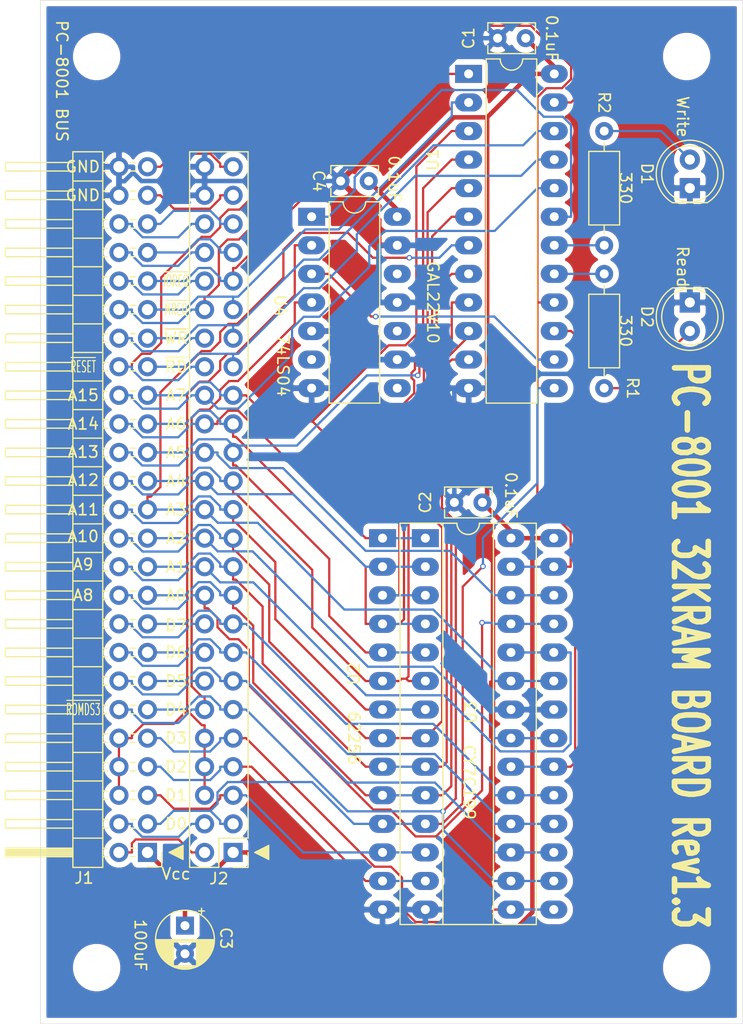
<source format=kicad_pcb>
(kicad_pcb (version 20171130) (host pcbnew "(5.1.9)-1")
  (layers (0 F.Cu signal) (31 B.Cu signal) (34 B.Paste user) (35 F.Paste user) (36 B.SilkS user hide) (37 F.SilkS user) (38 B.Mask user) (39 F.Mask user) (44 Edge.Cuts user))
  (net 0 "")
  (net 1 +5V)
  (net 2 GND)
  (net 3 /D0)
  (net 4 /D1)
  (net 5 /D2)
  (net 6 /D3)
  (net 7 /D4)
  (net 8 /D5)
  (net 9 /D6)
  (net 10 /D7)
  (net 11 /A0)
  (net 12 /A8)
  (net 13 /A1)
  (net 14 /A9)
  (net 15 /A2)
  (net 16 /A10)
  (net 17 /A3)
  (net 18 /A11)
  (net 19 /A4)
  (net 20 /A12)
  (net 21 /A5)
  (net 22 /A13)
  (net 23 /A6)
  (net 24 /A14)
  (net 25 /A7)
  (net 26 /A15)
  (net 27 /~RD)
  (net 28 /~RESET)
  (net 29 /~WR)
  (net 30 /~MREQ)
  (net 31 /~IOREQ)
  (net 32 /~ROMDS0)
  (net 33 /~WE)
  (net 34 /~CS)
  (net 35 /LATCHWR)
  (net 36 /LATCHRD)
  (net 37 "Net-(D1-Pad2)")
  (net 38 "Net-(D2-Pad2)")
  (net 39 /+12V)
  (net 40 /-12V)
  (net 41 /~INT)
  (net 42 /~NMI)
  (net 43 /~EXTON)
  (net 44 /~WAIT)
  (net 45 /~MUX)
  (net 46 /~RFSH)
  (net 47 /~RAS0)
  (net 48 /~M1)
  (net 49 /~RAS1)
  (net 50 /SCLOCK)
  (net 51 /PHAI)
  (net 52 /~ROMDS3)
  (net 53 "Net-(U1-Pad14)")
  (net 54 "Net-(U1-Pad19)")
  (module MountingHole:MountingHole_3.2mm_M3 (layer F.Cu) (at 92.63 68.94)
    (fp_text reference MH4 hide)
    (fp_text value MountingHole_3.2mm_M3 hide)
    (pad 1 np_thru_hole circle (at 0 0) (size 3.2 3.2) (drill 3.2) (layers *.Cu *.Mask))
  )
  (module MountingHole:MountingHole_3.2mm_M3 (layer F.Cu) (at 145.13 68.94)
    (fp_text reference MH3 hide)
    (fp_text value MountingHole_3.2mm_M3 hide)
    (pad 1 np_thru_hole circle (at 0 0) (size 3.2 3.2) (drill 3.2) (layers *.Cu *.Mask))
  )
  (module MountingHole:MountingHole_3.2mm_M3 (layer F.Cu) (at 145.13 149.94)
    (fp_text reference MH2 hide)
    (fp_text value MountingHole_3.2mm_M3 hide)
    (pad 1 np_thru_hole circle (at 0 0) (size 3.2 3.2) (drill 3.2) (layers *.Cu *.Mask))
  )
  (module MountingHole:MountingHole_3.2mm_M3 (layer F.Cu) (at 92.63 149.94)
    (fp_text reference MH1 hide)
    (fp_text value MountingHole_3.2mm_M3 hide)
    (pad 1 np_thru_hole circle (at 0 0) (size 3.2 3.2) (drill 3.2) (layers *.Cu *.Mask))
  )
  (module Capacitor_THT:CP_Radial_D5.0mm_P2.50mm (layer F.Cu) (at 100.49 146.21 270)
    (fp_text reference C3 (at 1.11 -3.65 270 unlocked) (layer F.SilkS))
    (fp_text value 100uF)
    (pad 1 thru_hole rect (at 0 0 270) (size 1.6 1.6) (drill 0.8) (layers *.Cu *.Mask) (net 1 +5V))
    (pad 2 thru_hole circle (at 2.5 0 270) (size 1.6 1.6) (drill 0.8) (layers *.Cu *.Mask) (net 2 GND))
  )
  (module Connector_PinHeader_2.54mm:PinHeader_2x25_P2.54mm_Horizontal (layer F.Cu) (at 97.155 139.7 180)
    (fp_text reference J1 (at 5.655 -2.27) (layer F.SilkS))
    (fp_text value "PC-8001 BUS")
    (pad 1 thru_hole rect (at 0 0 180) (size 1.7 1.7) (drill 1) (layers *.Cu *.Mask) (net 1 +5V))
    (pad 2 thru_hole oval (at 2.54 0 180) (size 1.7 1.7) (drill 1) (layers *.Cu *.Mask) (net 39 /+12V))
    (pad 3 thru_hole oval (at 0 2.54 180) (size 1.7 1.7) (drill 1) (layers *.Cu *.Mask) (net 3 /D0))
    (pad 4 thru_hole oval (at 2.54 2.54 180) (size 1.7 1.7) (drill 1) (layers *.Cu *.Mask) (net 40 /-12V))
    (pad 5 thru_hole oval (at 0 5.08 180) (size 1.7 1.7) (drill 1) (layers *.Cu *.Mask) (net 4 /D1))
    (pad 6 thru_hole oval (at 2.54 5.08 180) (size 1.7 1.7) (drill 1) (layers *.Cu *.Mask) (net 32 /~ROMDS0))
    (pad 7 thru_hole oval (at 0 7.62 180) (size 1.7 1.7) (drill 1) (layers *.Cu *.Mask) (net 5 /D2))
    (pad 8 thru_hole oval (at 2.54 7.62 180) (size 1.7 1.7) (drill 1) (layers *.Cu *.Mask) (net 32 /~ROMDS0))
    (pad 9 thru_hole oval (at 0 10.16 180) (size 1.7 1.7) (drill 1) (layers *.Cu *.Mask) (net 6 /D3))
    (pad 10 thru_hole oval (at 2.54 10.16 180) (size 1.7 1.7) (drill 1) (layers *.Cu *.Mask) (net 32 /~ROMDS0))
    (pad 11 thru_hole oval (at 0 12.7 180) (size 1.7 1.7) (drill 1) (layers *.Cu *.Mask) (net 7 /D4))
    (pad 12 thru_hole oval (at 2.54 12.7 180) (size 1.7 1.7) (drill 1) (layers *.Cu *.Mask) (net 52 /~ROMDS3))
    (pad 13 thru_hole oval (at 0 15.24 180) (size 1.7 1.7) (drill 1) (layers *.Cu *.Mask) (net 8 /D5))
    (pad 14 thru_hole oval (at 2.54 15.24 180) (size 1.7 1.7) (drill 1) (layers *.Cu *.Mask) (net 41 /~INT))
    (pad 15 thru_hole oval (at 0 17.78 180) (size 1.7 1.7) (drill 1) (layers *.Cu *.Mask) (net 9 /D6))
    (pad 16 thru_hole oval (at 2.54 17.78 180) (size 1.7 1.7) (drill 1) (layers *.Cu *.Mask) (net 42 /~NMI))
    (pad 17 thru_hole oval (at 0 20.32 180) (size 1.7 1.7) (drill 1) (layers *.Cu *.Mask) (net 10 /D7))
    (pad 18 thru_hole oval (at 2.54 20.32 180) (size 1.7 1.7) (drill 1) (layers *.Cu *.Mask) (net 43 /~EXTON))
    (pad 19 thru_hole oval (at 0 22.86 180) (size 1.7 1.7) (drill 1) (layers *.Cu *.Mask) (net 11 /A0))
    (pad 20 thru_hole oval (at 2.54 22.86 180) (size 1.7 1.7) (drill 1) (layers *.Cu *.Mask) (net 12 /A8))
    (pad 21 thru_hole oval (at 0 25.4 180) (size 1.7 1.7) (drill 1) (layers *.Cu *.Mask) (net 13 /A1))
    (pad 22 thru_hole oval (at 2.54 25.4 180) (size 1.7 1.7) (drill 1) (layers *.Cu *.Mask) (net 14 /A9))
    (pad 23 thru_hole oval (at 0 27.94 180) (size 1.7 1.7) (drill 1) (layers *.Cu *.Mask) (net 15 /A2))
    (pad 24 thru_hole oval (at 2.54 27.94 180) (size 1.7 1.7) (drill 1) (layers *.Cu *.Mask) (net 16 /A10))
    (pad 25 thru_hole oval (at 0 30.48 180) (size 1.7 1.7) (drill 1) (layers *.Cu *.Mask) (net 17 /A3))
    (pad 26 thru_hole oval (at 2.54 30.48 180) (size 1.7 1.7) (drill 1) (layers *.Cu *.Mask) (net 18 /A11))
    (pad 27 thru_hole oval (at 0 33.02 180) (size 1.7 1.7) (drill 1) (layers *.Cu *.Mask) (net 19 /A4))
    (pad 28 thru_hole oval (at 2.54 33.02 180) (size 1.7 1.7) (drill 1) (layers *.Cu *.Mask) (net 20 /A12))
    (pad 29 thru_hole oval (at 0 35.56 180) (size 1.7 1.7) (drill 1) (layers *.Cu *.Mask) (net 21 /A5))
    (pad 30 thru_hole oval (at 2.54 35.56 180) (size 1.7 1.7) (drill 1) (layers *.Cu *.Mask) (net 22 /A13))
    (pad 31 thru_hole oval (at 0 38.1 180) (size 1.7 1.7) (drill 1) (layers *.Cu *.Mask) (net 23 /A6))
    (pad 32 thru_hole oval (at 2.54 38.1 180) (size 1.7 1.7) (drill 1) (layers *.Cu *.Mask) (net 24 /A14))
    (pad 33 thru_hole oval (at 0 40.64 180) (size 1.7 1.7) (drill 1) (layers *.Cu *.Mask) (net 25 /A7))
    (pad 34 thru_hole oval (at 2.54 40.64 180) (size 1.7 1.7) (drill 1) (layers *.Cu *.Mask) (net 26 /A15))
    (pad 35 thru_hole oval (at 0 43.18 180) (size 1.7 1.7) (drill 1) (layers *.Cu *.Mask) (net 27 /~RD))
    (pad 36 thru_hole oval (at 2.54 43.18 180) (size 1.7 1.7) (drill 1) (layers *.Cu *.Mask) (net 28 /~RESET))
    (pad 37 thru_hole oval (at 0 45.72 180) (size 1.7 1.7) (drill 1) (layers *.Cu *.Mask) (net 29 /~WR))
    (pad 38 thru_hole oval (at 2.54 45.72 180) (size 1.7 1.7) (drill 1) (layers *.Cu *.Mask) (net 44 /~WAIT))
    (pad 39 thru_hole oval (at 0 48.26 180) (size 1.7 1.7) (drill 1) (layers *.Cu *.Mask) (net 30 /~MREQ))
    (pad 40 thru_hole oval (at 2.54 48.26 180) (size 1.7 1.7) (drill 1) (layers *.Cu *.Mask) (net 33 /~WE))
    (pad 41 thru_hole oval (at 0 50.8 180) (size 1.7 1.7) (drill 1) (layers *.Cu *.Mask) (net 31 /~IOREQ))
    (pad 42 thru_hole oval (at 2.54 50.8 180) (size 1.7 1.7) (drill 1) (layers *.Cu *.Mask) (net 45 /~MUX))
    (pad 43 thru_hole oval (at 0 53.34 180) (size 1.7 1.7) (drill 1) (layers *.Cu *.Mask) (net 46 /~RFSH))
    (pad 44 thru_hole oval (at 2.54 53.34 180) (size 1.7 1.7) (drill 1) (layers *.Cu *.Mask) (net 47 /~RAS0))
    (pad 45 thru_hole oval (at 0 55.88 180) (size 1.7 1.7) (drill 1) (layers *.Cu *.Mask) (net 48 /~M1))
    (pad 46 thru_hole oval (at 2.54 55.88 180) (size 1.7 1.7) (drill 1) (layers *.Cu *.Mask) (net 49 /~RAS1))
    (pad 47 thru_hole oval (at 0 58.42 180) (size 1.7 1.7) (drill 1) (layers *.Cu *.Mask) (net 50 /SCLOCK))
    (pad 48 thru_hole oval (at 2.54 58.42 180) (size 1.7 1.7) (drill 1) (layers *.Cu *.Mask) (net 2 GND))
    (pad 49 thru_hole oval (at 0 60.96 180) (size 1.7 1.7) (drill 1) (layers *.Cu *.Mask) (net 51 /PHAI))
    (pad 50 thru_hole oval (at 2.54 60.96 180) (size 1.7 1.7) (drill 1) (layers *.Cu *.Mask) (net 2 GND))
  )
  (module Capacitor_THT:C_Rect_L4.0mm_W2.5mm_P2.50mm (layer F.Cu) (at 130.81 67.31 180)
    (fp_text reference C1 (at 5.08 0 -90) (layer F.SilkS))
    (fp_text value 0.1uF)
    (pad 1 thru_hole circle (at 0 0 180) (size 1.6 1.6) (drill 0.8) (layers *.Cu *.Mask) (net 1 +5V))
    (pad 2 thru_hole circle (at 2.5 0 180) (size 1.6 1.6) (drill 0.8) (layers *.Cu *.Mask) (net 2 GND))
  )
  (module Capacitor_THT:C_Rect_L4.0mm_W2.5mm_P2.50mm (layer F.Cu) (at 126.96 108.585 180)
    (fp_text reference C2 (at 5.08 0 -90) (layer F.SilkS))
    (fp_text value 0.1uF)
    (pad 2 thru_hole circle (at 2.5 0 180) (size 1.6 1.6) (drill 0.8) (layers *.Cu *.Mask) (net 2 GND))
    (pad 1 thru_hole circle (at 0 0 180) (size 1.6 1.6) (drill 0.8) (layers *.Cu *.Mask) (net 1 +5V))
  )
  (module Package_DIP:DIP-24_W7.62mm_LongPads (layer F.Cu) (at 125.73 70.485)
    (fp_text reference U1 (at -3.175 7.62 -90) (layer F.SilkS))
    (fp_text value GAL22V10)
    (pad 1 thru_hole rect (at 0 0) (size 2.4 1.6) (drill 0.8) (layers *.Cu *.Mask) (net 31 /~IOREQ))
    (pad 13 thru_hole oval (at 7.62 27.94) (size 2.4 1.6) (drill 0.8) (layers *.Cu *.Mask) (net 3 /D0))
    (pad 2 thru_hole oval (at 0 2.54) (size 2.4 1.6) (drill 0.8) (layers *.Cu *.Mask) (net 30 /~MREQ))
    (pad 14 thru_hole oval (at 7.62 25.4) (size 2.4 1.6) (drill 0.8) (layers *.Cu *.Mask) (net 53 "Net-(U1-Pad14)"))
    (pad 3 thru_hole oval (at 0 5.08) (size 2.4 1.6) (drill 0.8) (layers *.Cu *.Mask) (net 25 /A7))
    (pad 15 thru_hole oval (at 7.62 22.86) (size 2.4 1.6) (drill 0.8) (layers *.Cu *.Mask) (net 34 /~CS))
    (pad 4 thru_hole oval (at 0 7.62) (size 2.4 1.6) (drill 0.8) (layers *.Cu *.Mask) (net 23 /A6))
    (pad 16 thru_hole oval (at 7.62 20.32) (size 2.4 1.6) (drill 0.8) (layers *.Cu *.Mask) (net 33 /~WE))
    (pad 5 thru_hole oval (at 0 10.16) (size 2.4 1.6) (drill 0.8) (layers *.Cu *.Mask) (net 21 /A5))
    (pad 17 thru_hole oval (at 7.62 17.78) (size 2.4 1.6) (drill 0.8) (layers *.Cu *.Mask) (net 36 /LATCHRD))
    (pad 6 thru_hole oval (at 0 12.7) (size 2.4 1.6) (drill 0.8) (layers *.Cu *.Mask) (net 19 /A4))
    (pad 18 thru_hole oval (at 7.62 15.24) (size 2.4 1.6) (drill 0.8) (layers *.Cu *.Mask) (net 35 /LATCHWR))
    (pad 7 thru_hole oval (at 0 15.24) (size 2.4 1.6) (drill 0.8) (layers *.Cu *.Mask) (net 17 /A3))
    (pad 19 thru_hole oval (at 7.62 12.7) (size 2.4 1.6) (drill 0.8) (layers *.Cu *.Mask) (net 54 "Net-(U1-Pad19)"))
    (pad 8 thru_hole oval (at 0 17.78) (size 2.4 1.6) (drill 0.8) (layers *.Cu *.Mask) (net 15 /A2))
    (pad 20 thru_hole oval (at 7.62 10.16) (size 2.4 1.6) (drill 0.8) (layers *.Cu *.Mask) (net 26 /A15))
    (pad 9 thru_hole oval (at 0 20.32) (size 2.4 1.6) (drill 0.8) (layers *.Cu *.Mask) (net 13 /A1))
    (pad 21 thru_hole oval (at 7.62 7.62) (size 2.4 1.6) (drill 0.8) (layers *.Cu *.Mask) (net 27 /~RD))
    (pad 10 thru_hole oval (at 0 22.86) (size 2.4 1.6) (drill 0.8) (layers *.Cu *.Mask) (net 11 /A0))
    (pad 22 thru_hole oval (at 7.62 5.08) (size 2.4 1.6) (drill 0.8) (layers *.Cu *.Mask) (net 29 /~WR))
    (pad 11 thru_hole oval (at 0 25.4) (size 2.4 1.6) (drill 0.8) (layers *.Cu *.Mask) (net 7 /D4))
    (pad 23 thru_hole oval (at 7.62 2.54) (size 2.4 1.6) (drill 0.8) (layers *.Cu *.Mask) (net 28 /~RESET))
    (pad 12 thru_hole oval (at 0 27.94) (size 2.4 1.6) (drill 0.8) (layers *.Cu *.Mask) (net 2 GND))
    (pad 24 thru_hole oval (at 7.62 0) (size 2.4 1.6) (drill 0.8) (layers *.Cu *.Mask) (net 1 +5V))
  )
  (module Package_DIP:DIP-28_W15.24mm_LongPads (layer F.Cu) (at 118.07 111.76)
    (fp_text reference U2 (at -2.54 12.065 -90) (layer F.SilkS))
    (fp_text value 62256)
    (pad 1 thru_hole rect (at 0 0) (size 2.4 1.6) (drill 0.8) (layers *.Cu *.Mask) (net 24 /A14))
    (pad 15 thru_hole oval (at 15.24 33.02) (size 2.4 1.6) (drill 0.8) (layers *.Cu *.Mask) (net 6 /D3))
    (pad 2 thru_hole oval (at 0 2.54) (size 2.4 1.6) (drill 0.8) (layers *.Cu *.Mask) (net 20 /A12))
    (pad 16 thru_hole oval (at 15.24 30.48) (size 2.4 1.6) (drill 0.8) (layers *.Cu *.Mask) (net 7 /D4))
    (pad 3 thru_hole oval (at 0 5.08) (size 2.4 1.6) (drill 0.8) (layers *.Cu *.Mask) (net 25 /A7))
    (pad 17 thru_hole oval (at 15.24 27.94) (size 2.4 1.6) (drill 0.8) (layers *.Cu *.Mask) (net 8 /D5))
    (pad 4 thru_hole oval (at 0 7.62) (size 2.4 1.6) (drill 0.8) (layers *.Cu *.Mask) (net 23 /A6))
    (pad 18 thru_hole oval (at 15.24 25.4) (size 2.4 1.6) (drill 0.8) (layers *.Cu *.Mask) (net 9 /D6))
    (pad 5 thru_hole oval (at 0 10.16) (size 2.4 1.6) (drill 0.8) (layers *.Cu *.Mask) (net 21 /A5))
    (pad 19 thru_hole oval (at 15.24 22.86) (size 2.4 1.6) (drill 0.8) (layers *.Cu *.Mask) (net 10 /D7))
    (pad 6 thru_hole oval (at 0 12.7) (size 2.4 1.6) (drill 0.8) (layers *.Cu *.Mask) (net 19 /A4))
    (pad 20 thru_hole oval (at 15.24 20.32) (size 2.4 1.6) (drill 0.8) (layers *.Cu *.Mask) (net 34 /~CS))
    (pad 7 thru_hole oval (at 0 15.24) (size 2.4 1.6) (drill 0.8) (layers *.Cu *.Mask) (net 17 /A3))
    (pad 21 thru_hole oval (at 15.24 17.78) (size 2.4 1.6) (drill 0.8) (layers *.Cu *.Mask) (net 16 /A10))
    (pad 8 thru_hole oval (at 0 17.78) (size 2.4 1.6) (drill 0.8) (layers *.Cu *.Mask) (net 15 /A2))
    (pad 22 thru_hole oval (at 15.24 15.24) (size 2.4 1.6) (drill 0.8) (layers *.Cu *.Mask) (net 2 GND))
    (pad 9 thru_hole oval (at 0 20.32) (size 2.4 1.6) (drill 0.8) (layers *.Cu *.Mask) (net 13 /A1))
    (pad 23 thru_hole oval (at 15.24 12.7) (size 2.4 1.6) (drill 0.8) (layers *.Cu *.Mask) (net 18 /A11))
    (pad 10 thru_hole oval (at 0 22.86) (size 2.4 1.6) (drill 0.8) (layers *.Cu *.Mask) (net 11 /A0))
    (pad 24 thru_hole oval (at 15.24 10.16) (size 2.4 1.6) (drill 0.8) (layers *.Cu *.Mask) (net 14 /A9))
    (pad 11 thru_hole oval (at 0 25.4) (size 2.4 1.6) (drill 0.8) (layers *.Cu *.Mask) (net 3 /D0))
    (pad 25 thru_hole oval (at 15.24 7.62) (size 2.4 1.6) (drill 0.8) (layers *.Cu *.Mask) (net 12 /A8))
    (pad 12 thru_hole oval (at 0 27.94) (size 2.4 1.6) (drill 0.8) (layers *.Cu *.Mask) (net 4 /D1))
    (pad 26 thru_hole oval (at 15.24 5.08) (size 2.4 1.6) (drill 0.8) (layers *.Cu *.Mask) (net 22 /A13))
    (pad 13 thru_hole oval (at 0 30.48) (size 2.4 1.6) (drill 0.8) (layers *.Cu *.Mask) (net 5 /D2))
    (pad 27 thru_hole oval (at 15.24 2.54) (size 2.4 1.6) (drill 0.8) (layers *.Cu *.Mask) (net 33 /~WE))
    (pad 14 thru_hole oval (at 0 33.02) (size 2.4 1.6) (drill 0.8) (layers *.Cu *.Mask) (net 2 GND))
    (pad 28 thru_hole oval (at 15.24 0) (size 2.4 1.6) (drill 0.8) (layers *.Cu *.Mask) (net 1 +5V))
  )
  (module LED_THT:LED_D5.0mm (layer F.Cu) (at 145.415 80.645 90)
    (fp_text reference D1 (at 1.27 -3.81 270 unlocked) (layer F.SilkS))
    (fp_text value LED)
    (pad 1 thru_hole rect (at 0 0 90) (size 1.8 1.8) (drill 0.9) (layers *.Cu *.Mask) (net 2 GND))
    (pad 2 thru_hole circle (at 2.54 0 90) (size 1.8 1.8) (drill 0.9) (layers *.Cu *.Mask) (net 37 "Net-(D1-Pad2)"))
  )
  (module LED_THT:LED_D5.0mm (layer F.Cu) (at 145.415 90.805 270)
    (fp_text reference D2 (at 1.27 3.81 270 unlocked) (layer F.SilkS))
    (fp_text value LED)
    (pad 2 thru_hole circle (at 2.54 0 270) (size 1.8 1.8) (drill 0.9) (layers *.Cu *.Mask) (net 38 "Net-(D2-Pad2)"))
    (pad 1 thru_hole rect (at 0 0 270) (size 1.8 1.8) (drill 0.9) (layers *.Cu *.Mask) (net 2 GND))
  )
  (module Resistor_THT:R_Axial_DIN0207_L6.3mm_D2.5mm_P10.16mm_Horizontal (layer F.Cu) (at 137.795 88.265 270)
    (fp_text reference R1 (at 10.16 -2.54 270 unlocked) (layer F.SilkS))
    (fp_text value 330)
    (pad 2 thru_hole oval (at 10.16 0 270) (size 1.6 1.6) (drill 0.8) (layers *.Cu *.Mask) (net 38 "Net-(D2-Pad2)"))
    (pad 1 thru_hole circle (at 0 0 270) (size 1.6 1.6) (drill 0.8) (layers *.Cu *.Mask) (net 36 /LATCHRD))
  )
  (module Resistor_THT:R_Axial_DIN0207_L6.3mm_D2.5mm_P10.16mm_Horizontal (layer F.Cu) (at 137.795 85.725 90)
    (fp_text reference R2 (at 12.7 0 270 unlocked) (layer F.SilkS))
    (fp_text value 330)
    (pad 1 thru_hole circle (at 0 0 90) (size 1.6 1.6) (drill 0.8) (layers *.Cu *.Mask) (net 35 /LATCHWR))
    (pad 2 thru_hole oval (at 10.16 0 90) (size 1.6 1.6) (drill 0.8) (layers *.Cu *.Mask) (net 37 "Net-(D1-Pad2)"))
  )
  (module Connector_PinHeader_2.54mm:PinHeader_2x25_P2.54mm_Vertical (layer F.Cu) (at 104.775 139.7 180)
    (fp_text reference J2 (at 1.27 -2.33) (layer F.SilkS))
    (fp_text value "PC-8001 BUS")
    (pad 1 thru_hole rect (at 0 0 180) (size 1.7 1.7) (drill 1) (layers *.Cu *.Mask) (net 1 +5V))
    (pad 2 thru_hole oval (at 2.54 0 180) (size 1.7 1.7) (drill 1) (layers *.Cu *.Mask) (net 39 /+12V))
    (pad 3 thru_hole oval (at 0 2.54 180) (size 1.7 1.7) (drill 1) (layers *.Cu *.Mask) (net 3 /D0))
    (pad 4 thru_hole oval (at 2.54 2.54 180) (size 1.7 1.7) (drill 1) (layers *.Cu *.Mask) (net 40 /-12V))
    (pad 5 thru_hole oval (at 0 5.08 180) (size 1.7 1.7) (drill 1) (layers *.Cu *.Mask) (net 4 /D1))
    (pad 6 thru_hole oval (at 2.54 5.08 180) (size 1.7 1.7) (drill 1) (layers *.Cu *.Mask) (net 32 /~ROMDS0))
    (pad 7 thru_hole oval (at 0 7.62 180) (size 1.7 1.7) (drill 1) (layers *.Cu *.Mask) (net 5 /D2))
    (pad 8 thru_hole oval (at 2.54 7.62 180) (size 1.7 1.7) (drill 1) (layers *.Cu *.Mask) (net 32 /~ROMDS0))
    (pad 9 thru_hole oval (at 0 10.16 180) (size 1.7 1.7) (drill 1) (layers *.Cu *.Mask) (net 6 /D3))
    (pad 10 thru_hole oval (at 2.54 10.16 180) (size 1.7 1.7) (drill 1) (layers *.Cu *.Mask) (net 32 /~ROMDS0))
    (pad 11 thru_hole oval (at 0 12.7 180) (size 1.7 1.7) (drill 1) (layers *.Cu *.Mask) (net 7 /D4))
    (pad 12 thru_hole oval (at 2.54 12.7 180) (size 1.7 1.7) (drill 1) (layers *.Cu *.Mask) (net 52 /~ROMDS3))
    (pad 13 thru_hole oval (at 0 15.24 180) (size 1.7 1.7) (drill 1) (layers *.Cu *.Mask) (net 8 /D5))
    (pad 14 thru_hole oval (at 2.54 15.24 180) (size 1.7 1.7) (drill 1) (layers *.Cu *.Mask) (net 41 /~INT))
    (pad 15 thru_hole oval (at 0 17.78 180) (size 1.7 1.7) (drill 1) (layers *.Cu *.Mask) (net 9 /D6))
    (pad 16 thru_hole oval (at 2.54 17.78 180) (size 1.7 1.7) (drill 1) (layers *.Cu *.Mask) (net 42 /~NMI))
    (pad 17 thru_hole oval (at 0 20.32 180) (size 1.7 1.7) (drill 1) (layers *.Cu *.Mask) (net 10 /D7))
    (pad 18 thru_hole oval (at 2.54 20.32 180) (size 1.7 1.7) (drill 1) (layers *.Cu *.Mask) (net 43 /~EXTON))
    (pad 19 thru_hole oval (at 0 22.86 180) (size 1.7 1.7) (drill 1) (layers *.Cu *.Mask) (net 11 /A0))
    (pad 20 thru_hole oval (at 2.54 22.86 180) (size 1.7 1.7) (drill 1) (layers *.Cu *.Mask) (net 12 /A8))
    (pad 21 thru_hole oval (at 0 25.4 180) (size 1.7 1.7) (drill 1) (layers *.Cu *.Mask) (net 13 /A1))
    (pad 22 thru_hole oval (at 2.54 25.4 180) (size 1.7 1.7) (drill 1) (layers *.Cu *.Mask) (net 14 /A9))
    (pad 23 thru_hole oval (at 0 27.94 180) (size 1.7 1.7) (drill 1) (layers *.Cu *.Mask) (net 15 /A2))
    (pad 24 thru_hole oval (at 2.54 27.94 180) (size 1.7 1.7) (drill 1) (layers *.Cu *.Mask) (net 16 /A10))
    (pad 25 thru_hole oval (at 0 30.48 180) (size 1.7 1.7) (drill 1) (layers *.Cu *.Mask) (net 17 /A3))
    (pad 26 thru_hole oval (at 2.54 30.48 180) (size 1.7 1.7) (drill 1) (layers *.Cu *.Mask) (net 18 /A11))
    (pad 27 thru_hole oval (at 0 33.02 180) (size 1.7 1.7) (drill 1) (layers *.Cu *.Mask) (net 19 /A4))
    (pad 28 thru_hole oval (at 2.54 33.02 180) (size 1.7 1.7) (drill 1) (layers *.Cu *.Mask) (net 20 /A12))
    (pad 29 thru_hole oval (at 0 35.56 180) (size 1.7 1.7) (drill 1) (layers *.Cu *.Mask) (net 21 /A5))
    (pad 30 thru_hole oval (at 2.54 35.56 180) (size 1.7 1.7) (drill 1) (layers *.Cu *.Mask) (net 22 /A13))
    (pad 31 thru_hole oval (at 0 38.1 180) (size 1.7 1.7) (drill 1) (layers *.Cu *.Mask) (net 23 /A6))
    (pad 32 thru_hole oval (at 2.54 38.1 180) (size 1.7 1.7) (drill 1) (layers *.Cu *.Mask) (net 24 /A14))
    (pad 33 thru_hole oval (at 0 40.64 180) (size 1.7 1.7) (drill 1) (layers *.Cu *.Mask) (net 25 /A7))
    (pad 34 thru_hole oval (at 2.54 40.64 180) (size 1.7 1.7) (drill 1) (layers *.Cu *.Mask) (net 26 /A15))
    (pad 35 thru_hole oval (at 0 43.18 180) (size 1.7 1.7) (drill 1) (layers *.Cu *.Mask) (net 27 /~RD))
    (pad 36 thru_hole oval (at 2.54 43.18 180) (size 1.7 1.7) (drill 1) (layers *.Cu *.Mask) (net 28 /~RESET))
    (pad 37 thru_hole oval (at 0 45.72 180) (size 1.7 1.7) (drill 1) (layers *.Cu *.Mask) (net 29 /~WR))
    (pad 38 thru_hole oval (at 2.54 45.72 180) (size 1.7 1.7) (drill 1) (layers *.Cu *.Mask) (net 44 /~WAIT))
    (pad 39 thru_hole oval (at 0 48.26 180) (size 1.7 1.7) (drill 1) (layers *.Cu *.Mask) (net 30 /~MREQ))
    (pad 40 thru_hole oval (at 2.54 48.26 180) (size 1.7 1.7) (drill 1) (layers *.Cu *.Mask) (net 33 /~WE))
    (pad 41 thru_hole oval (at 0 50.8 180) (size 1.7 1.7) (drill 1) (layers *.Cu *.Mask) (net 31 /~IOREQ))
    (pad 42 thru_hole oval (at 2.54 50.8 180) (size 1.7 1.7) (drill 1) (layers *.Cu *.Mask) (net 45 /~MUX))
    (pad 43 thru_hole oval (at 0 53.34 180) (size 1.7 1.7) (drill 1) (layers *.Cu *.Mask) (net 46 /~RFSH))
    (pad 44 thru_hole oval (at 2.54 53.34 180) (size 1.7 1.7) (drill 1) (layers *.Cu *.Mask) (net 47 /~RAS0))
    (pad 45 thru_hole oval (at 0 55.88 180) (size 1.7 1.7) (drill 1) (layers *.Cu *.Mask) (net 48 /~M1))
    (pad 46 thru_hole oval (at 2.54 55.88 180) (size 1.7 1.7) (drill 1) (layers *.Cu *.Mask) (net 49 /~RAS1))
    (pad 47 thru_hole oval (at 0 58.42 180) (size 1.7 1.7) (drill 1) (layers *.Cu *.Mask) (net 50 /SCLOCK))
    (pad 48 thru_hole oval (at 2.54 58.42 180) (size 1.7 1.7) (drill 1) (layers *.Cu *.Mask) (net 2 GND))
    (pad 49 thru_hole oval (at 0 60.96 180) (size 1.7 1.7) (drill 1) (layers *.Cu *.Mask) (net 51 /PHAI))
    (pad 50 thru_hole oval (at 2.54 60.96 180) (size 1.7 1.7) (drill 1) (layers *.Cu *.Mask) (net 2 GND))
  )
  (module Package_DIP:DIP-28_W7.62mm_LongPads (layer F.Cu) (at 121.88 111.76)
    (fp_text reference U3 (at 4.06 15.49 -90) (layer F.SilkS))
    (fp_text value CY7C199)
    (pad 1 thru_hole rect (at 0 0) (size 2.4 1.6) (drill 0.8) (layers *.Cu *.Mask) (net 24 /A14))
    (pad 15 thru_hole oval (at 7.62 33.02) (size 2.4 1.6) (drill 0.8) (layers *.Cu *.Mask) (net 6 /D3))
    (pad 2 thru_hole oval (at 0 2.54) (size 2.4 1.6) (drill 0.8) (layers *.Cu *.Mask) (net 20 /A12))
    (pad 16 thru_hole oval (at 7.62 30.48) (size 2.4 1.6) (drill 0.8) (layers *.Cu *.Mask) (net 7 /D4))
    (pad 3 thru_hole oval (at 0 5.08) (size 2.4 1.6) (drill 0.8) (layers *.Cu *.Mask) (net 25 /A7))
    (pad 17 thru_hole oval (at 7.62 27.94) (size 2.4 1.6) (drill 0.8) (layers *.Cu *.Mask) (net 8 /D5))
    (pad 4 thru_hole oval (at 0 7.62) (size 2.4 1.6) (drill 0.8) (layers *.Cu *.Mask) (net 23 /A6))
    (pad 18 thru_hole oval (at 7.62 25.4) (size 2.4 1.6) (drill 0.8) (layers *.Cu *.Mask) (net 9 /D6))
    (pad 5 thru_hole oval (at 0 10.16) (size 2.4 1.6) (drill 0.8) (layers *.Cu *.Mask) (net 21 /A5))
    (pad 19 thru_hole oval (at 7.62 22.86) (size 2.4 1.6) (drill 0.8) (layers *.Cu *.Mask) (net 10 /D7))
    (pad 6 thru_hole oval (at 0 12.7) (size 2.4 1.6) (drill 0.8) (layers *.Cu *.Mask) (net 19 /A4))
    (pad 20 thru_hole oval (at 7.62 20.32) (size 2.4 1.6) (drill 0.8) (layers *.Cu *.Mask) (net 34 /~CS))
    (pad 7 thru_hole oval (at 0 15.24) (size 2.4 1.6) (drill 0.8) (layers *.Cu *.Mask) (net 17 /A3))
    (pad 21 thru_hole oval (at 7.62 17.78) (size 2.4 1.6) (drill 0.8) (layers *.Cu *.Mask) (net 16 /A10))
    (pad 8 thru_hole oval (at 0 17.78) (size 2.4 1.6) (drill 0.8) (layers *.Cu *.Mask) (net 15 /A2))
    (pad 22 thru_hole oval (at 7.62 15.24) (size 2.4 1.6) (drill 0.8) (layers *.Cu *.Mask) (net 2 GND))
    (pad 9 thru_hole oval (at 0 20.32) (size 2.4 1.6) (drill 0.8) (layers *.Cu *.Mask) (net 13 /A1))
    (pad 23 thru_hole oval (at 7.62 12.7) (size 2.4 1.6) (drill 0.8) (layers *.Cu *.Mask) (net 18 /A11))
    (pad 10 thru_hole oval (at 0 22.86) (size 2.4 1.6) (drill 0.8) (layers *.Cu *.Mask) (net 11 /A0))
    (pad 24 thru_hole oval (at 7.62 10.16) (size 2.4 1.6) (drill 0.8) (layers *.Cu *.Mask) (net 14 /A9))
    (pad 11 thru_hole oval (at 0 25.4) (size 2.4 1.6) (drill 0.8) (layers *.Cu *.Mask) (net 3 /D0))
    (pad 25 thru_hole oval (at 7.62 7.62) (size 2.4 1.6) (drill 0.8) (layers *.Cu *.Mask) (net 12 /A8))
    (pad 12 thru_hole oval (at 0 27.94) (size 2.4 1.6) (drill 0.8) (layers *.Cu *.Mask) (net 4 /D1))
    (pad 26 thru_hole oval (at 7.62 5.08) (size 2.4 1.6) (drill 0.8) (layers *.Cu *.Mask) (net 22 /A13))
    (pad 13 thru_hole oval (at 0 30.48) (size 2.4 1.6) (drill 0.8) (layers *.Cu *.Mask) (net 5 /D2))
    (pad 27 thru_hole oval (at 7.62 2.54) (size 2.4 1.6) (drill 0.8) (layers *.Cu *.Mask) (net 33 /~WE))
    (pad 14 thru_hole oval (at 0 33.02) (size 2.4 1.6) (drill 0.8) (layers *.Cu *.Mask) (net 2 GND))
    (pad 28 thru_hole oval (at 7.62 0) (size 2.4 1.6) (drill 0.8) (layers *.Cu *.Mask) (net 1 +5V))
  )
  (module Capacitor_THT:C_Rect_L4.0mm_W2.5mm_P2.50mm (layer F.Cu) (at 116.84 80.01 180)
    (fp_text reference C4 (at 4.445 0 270 unlocked) (layer F.SilkS))
    (fp_text value 0.1uF)
    (pad 1 thru_hole circle (at 0 0 180) (size 1.6 1.6) (drill 0.8) (layers *.Cu *.Mask) (net 1 +5V))
    (pad 2 thru_hole circle (at 2.5 0 180) (size 1.6 1.6) (drill 0.8) (layers *.Cu *.Mask) (net 2 GND))
  )
  (module Package_DIP:DIP-14_W7.62mm_LongPads (layer F.Cu) (at 111.76 83.185)
    (fp_text reference U4 (at -2.780001 7.914999 -90 unlocked) (layer F.SilkS))
    (fp_text value 74LS04)
    (pad 1 thru_hole rect (at 0 0) (size 2.4 1.6) (drill 0.8) (layers *.Cu *.Mask) (net 54 "Net-(U1-Pad19)"))
    (pad 8 thru_hole oval (at 7.62 15.24) (size 2.4 1.6) (drill 0.8) (layers *.Cu *.Mask))
    (pad 2 thru_hole oval (at 0 2.54) (size 2.4 1.6) (drill 0.8) (layers *.Cu *.Mask) (net 32 /~ROMDS0))
    (pad 9 thru_hole oval (at 7.62 12.7) (size 2.4 1.6) (drill 0.8) (layers *.Cu *.Mask) (net 2 GND))
    (pad 3 thru_hole oval (at 0 5.08) (size 2.4 1.6) (drill 0.8) (layers *.Cu *.Mask) (net 53 "Net-(U1-Pad14)"))
    (pad 10 thru_hole oval (at 7.62 10.16) (size 2.4 1.6) (drill 0.8) (layers *.Cu *.Mask))
    (pad 4 thru_hole oval (at 0 7.62) (size 2.4 1.6) (drill 0.8) (layers *.Cu *.Mask) (net 52 /~ROMDS3))
    (pad 11 thru_hole oval (at 7.62 7.62) (size 2.4 1.6) (drill 0.8) (layers *.Cu *.Mask) (net 2 GND))
    (pad 5 thru_hole oval (at 0 10.16) (size 2.4 1.6) (drill 0.8) (layers *.Cu *.Mask) (net 2 GND))
    (pad 12 thru_hole oval (at 7.62 5.08) (size 2.4 1.6) (drill 0.8) (layers *.Cu *.Mask))
    (pad 6 thru_hole oval (at 0 12.7) (size 2.4 1.6) (drill 0.8) (layers *.Cu *.Mask))
    (pad 13 thru_hole oval (at 7.62 2.54) (size 2.4 1.6) (drill 0.8) (layers *.Cu *.Mask) (net 2 GND))
    (pad 7 thru_hole oval (at 0 15.24) (size 2.4 1.6) (drill 0.8) (layers *.Cu *.Mask) (net 2 GND))
    (pad 14 thru_hole oval (at 7.62 0) (size 2.4 1.6) (drill 0.8) (layers *.Cu *.Mask) (net 1 +5V))
  )
  (gr_text 74LS04 (at 109.21 96.39 -90) (layer F.SilkS) (effects (font (size 1 1))))
  (gr_text 0.1uF (at 119.12 79.81 -90) (layer F.SilkS) (effects (font (size 1 1))))
  (gr_poly (pts (xy 100.33 140.335) (xy 99.06 139.7) (xy 100.33 139.065)) (layer F.SilkS) (width 0.1))
  (gr_poly (pts (xy 107.95 140.335) (xy 106.68 139.7) (xy 107.95 139.065)) (layer F.SilkS) (width 0.1))
  (gr_text CY7C199 (at 125.78 133.45 -90) (layer F.SilkS) (effects (font (size 1 1))))
  (gr_text Read (at 144.78 87.63 -90) (layer F.SilkS) (effects (font (size 1 1))))
  (gr_text Write (at 144.78 74.295 -90) (layer F.SilkS) (effects (font (size 1 1))))
  (gr_text 330 (at 139.7 93.345 -90) (layer F.SilkS) (effects (font (size 1 1))))
  (gr_text 330 (at 139.7 80.645 -90) (layer F.SilkS) (effects (font (size 1 1))))
  (gr_text D7 (at 99.7 119.51) (layer F.SilkS) (effects (font (size 1 1))))
  (gr_text A9 (at 91.44 114.1) (layer F.SilkS) (effects (font (size 1 1))))
  (gr_text A10 (at 91.44 111.6) (layer F.SilkS) (effects (font (size 1 1))))
  (gr_text A12 (at 91.44 106.6) (layer F.SilkS) (effects (font (size 1 1))))
  (gr_text A13 (at 91.44 104.1) (layer F.SilkS) (effects (font (size 1 1))))
  (gr_text GND (at 91.4 78.74) (layer F.SilkS) (effects (font (size 1 1))))
  (gr_text GND (at 91.4 81.28) (layer F.SilkS) (effects (font (size 1 1))))
  (gr_text GAL22V10 (at 122.555 90.805 -90) (layer F.SilkS) (effects (font (size 1 1))))
  (gr_text 0.1uF (at 133.13 67.31 -90) (layer F.SilkS) (effects (font (size 1 1))))
  (gr_text 0.1uF (at 129.5 107.95 -90) (layer F.SilkS) (effects (font (size 1 1))))
  (gr_text A15 (at 91.44 99.06) (layer F.SilkS) (effects (font (size 1 1))))
  (gr_text A11 (at 91.44 109.22) (layer F.SilkS) (effects (font (size 1 1))))
  (gr_text ~ROMDS3 (at 91.44 127) (layer F.SilkS) (effects (font (size 1 0.5) (thickness 0.1))))
  (gr_text 62256 (at 115.53 129.54 -90) (layer F.SilkS) (effects (font (size 1 1))))
  (gr_text "PC-8001 BUS" (at 89.535 71.12 -90) (layer F.SilkS) (effects (font (size 1 1))))
  (gr_text 100uF (at 96.52 147.955 -90) (layer F.SilkS) (effects (font (size 1 1))))
  (gr_text A14 (at 91.44 101.6) (layer F.SilkS) (effects (font (size 1 1))))
  (gr_text ~RESET (at 91.44 96.52) (layer F.SilkS) (effects (font (size 1 0.5) (thickness 0.1))))
  (gr_text A8 (at 91.44 116.84) (layer F.SilkS) (effects (font (size 1 1))))
  (gr_text Vcc (at 99.695 141.605) (layer F.SilkS) (effects (font (size 1 1))))
  (gr_text D0 (at 99.695 137.16) (layer F.SilkS) (effects (font (size 1 1))))
  (gr_text D1 (at 99.695 134.62) (layer F.SilkS) (effects (font (size 1 1))))
  (gr_text D2 (at 99.695 132.08) (layer F.SilkS) (effects (font (size 1 1))))
  (gr_text D3 (at 99.695 129.54) (layer F.SilkS) (effects (font (size 1 1))))
  (gr_text D4 (at 99.695 127) (layer F.SilkS) (effects (font (size 1 1))))
  (gr_text D5 (at 99.695 124.46) (layer F.SilkS) (effects (font (size 1 1))))
  (gr_text D6 (at 99.695 121.92) (layer F.SilkS) (effects (font (size 1 1))))
  (gr_text A0 (at 99.695 116.84) (layer F.SilkS) (effects (font (size 1 1))))
  (gr_text A1 (at 99.695 114.3) (layer F.SilkS) (effects (font (size 1 1))))
  (gr_text A2 (at 99.695 111.76) (layer F.SilkS) (effects (font (size 1 1))))
  (gr_text A3 (at 99.695 109.22) (layer F.SilkS) (effects (font (size 1 1))))
  (gr_text A4 (at 99.695 106.68) (layer F.SilkS) (effects (font (size 1 1))))
  (gr_text A5 (at 99.695 104.14) (layer F.SilkS) (effects (font (size 1 1))))
  (gr_text A6 (at 99.695 101.6) (layer F.SilkS) (effects (font (size 1 1))))
  (gr_text A7 (at 99.695 99.06) (layer F.SilkS) (effects (font (size 1 1))))
  (gr_text ~RD (at 99.695 96.52) (layer F.SilkS) (effects (font (size 1 1))))
  (gr_text ~WR (at 99.695 93.98) (layer F.SilkS) (effects (font (size 1 1))))
  (gr_text ~MREQ (at 99.695 91.44) (layer F.SilkS) (effects (font (size 1 0.5) (thickness 0.1))))
  (gr_text ~IOREQ (at 99.695 88.9) (layer F.SilkS) (effects (font (size 1 0.5) (thickness 0.1))))
  (gr_text "PC-8001 32KRAM BOARD Rev1.3" (at 145.415 121.285 -90) (layer F.SilkS) (effects (font (size 3 2) (thickness 0.5))))
  (gr_line (start 87.63 63.94) (end 87.63 154.94) (layer Edge.Cuts) (width 0.05))
  (gr_line (start 150.13 154.94) (end 150.13 63.94) (layer Edge.Cuts) (width 0.05))
  (gr_line (start 87.63 154.94) (end 150.13 154.94) (layer Edge.Cuts) (width 0.05))
  (gr_line (start 150.13 63.94) (end 87.63 63.94) (layer Edge.Cuts) (width 0.05))
  (segment (start 104.775 139.7) (end 106.0253 139.7) (width 0.4) (layer F.Cu) (net 1))
  (segment (start 131.405 111.76) (end 131.405 145.0139) (width 0.4) (layer F.Cu) (net 1))
  (segment (start 131.405 145.0139) (end 130.0012 146.4177) (width 0.4) (layer F.Cu) (net 1))
  (segment (start 130.0012 146.4177) (end 112.743 146.4177) (width 0.4) (layer F.Cu) (net 1))
  (segment (start 112.743 146.4177) (end 106.0253 139.7) (width 0.4) (layer F.Cu) (net 1))
  (segment (start 131.405 111.76) (end 133.31 111.76) (width 0.4) (layer F.Cu) (net 1))
  (segment (start 129.5 111.76) (end 131.405 111.76) (width 0.4) (layer F.Cu) (net 1))
  (segment (start 127.3802 74.3471) (end 124.4163 74.3471) (width 0.4) (layer F.Cu) (net 1))
  (segment (start 124.4163 74.3471) (end 117.7967 80.9667) (width 0.4) (layer F.Cu) (net 1))
  (segment (start 133.35 70.485) (end 131.2423 70.485) (width 0.4) (layer F.Cu) (net 1))
  (segment (start 131.2423 70.485) (end 127.3802 74.3471) (width 0.4) (layer F.Cu) (net 1))
  (segment (start 127.3802 74.3471) (end 127.3802 108.1648) (width 0.4) (layer F.Cu) (net 1))
  (segment (start 127.3802 108.1648) (end 126.96 108.585) (width 0.4) (layer F.Cu) (net 1))
  (segment (start 117.7967 80.9667) (end 119.38 82.55) (width 0.4) (layer F.Cu) (net 1))
  (segment (start 119.38 82.55) (end 119.38 83.185) (width 0.4) (layer F.Cu) (net 1))
  (segment (start 116.84 80.01) (end 117.7967 80.9667) (width 0.4) (layer F.Cu) (net 1))
  (segment (start 126.96 108.585) (end 129.5 111.125) (width 0.4) (layer F.Cu) (net 1))
  (segment (start 129.5 111.125) (end 129.5 111.76) (width 0.4) (layer F.Cu) (net 1))
  (segment (start 100.49 143.035) (end 101.44 143.035) (width 0.4) (layer F.Cu) (net 1))
  (segment (start 101.44 143.035) (end 104.775 139.7) (width 0.4) (layer F.Cu) (net 1))
  (segment (start 100.49 146.21) (end 100.49 143.035) (width 0.4) (layer F.Cu) (net 1))
  (segment (start 100.49 143.035) (end 97.155 139.7) (width 0.4) (layer F.Cu) (net 1))
  (segment (start 130.81 67.31) (end 133.35 69.85) (width 0.4) (layer F.Cu) (net 1))
  (segment (start 133.35 69.85) (end 133.35 70.485) (width 0.4) (layer F.Cu) (net 1))
  (segment (start 114.34 80.01) (end 114.34 79.2639) (width 0.4) (layer B.Cu) (net 2))
  (segment (start 114.34 79.2639) (end 126.2939 67.31) (width 0.4) (layer B.Cu) (net 2))
  (segment (start 126.2939 67.31) (end 128.31 67.31) (width 0.4) (layer B.Cu) (net 2))
  (segment (start 102.235 80.01) (end 114.34 80.01) (width 0.4) (layer B.Cu) (net 2))
  (segment (start 118.07 144.78) (end 104.42 144.78) (width 0.4) (layer B.Cu) (net 2))
  (segment (start 104.42 144.78) (end 100.49 148.71) (width 0.4) (layer B.Cu) (net 2))
  (segment (start 121.88 144.78) (end 118.07 144.78) (width 0.4) (layer B.Cu) (net 2))
  (segment (start 117.7797 85.725) (end 117.7797 83.4497) (width 0.4) (layer F.Cu) (net 2))
  (segment (start 117.7797 83.4497) (end 114.34 80.01) (width 0.4) (layer F.Cu) (net 2))
  (segment (start 102.235 78.74) (end 102.235 80.01) (width 0.4) (layer B.Cu) (net 2))
  (segment (start 102.235 80.01) (end 96.6172 80.01) (width 0.4) (layer B.Cu) (net 2))
  (segment (start 96.6172 80.01) (end 95.8653 79.2581) (width 0.4) (layer B.Cu) (net 2))
  (segment (start 102.235 80.0297) (end 102.235 80.01) (width 0.4) (layer B.Cu) (net 2))
  (segment (start 95.8653 79.2581) (end 95.8653 78.74) (width 0.4) (layer B.Cu) (net 2))
  (segment (start 95.8653 79.2581) (end 95.0937 80.0297) (width 0.4) (layer B.Cu) (net 2))
  (segment (start 95.0937 80.0297) (end 94.615 80.0297) (width 0.4) (layer B.Cu) (net 2))
  (segment (start 94.615 81.28) (end 94.615 80.0297) (width 0.4) (layer B.Cu) (net 2))
  (segment (start 94.615 78.74) (end 95.8653 78.74) (width 0.4) (layer B.Cu) (net 2))
  (segment (start 119.38 85.725) (end 117.7797 85.725) (width 0.4) (layer F.Cu) (net 2))
  (segment (start 119.38 85.725) (end 117.7797 85.725) (width 0.4) (layer B.Cu) (net 2))
  (segment (start 117.7797 85.725) (end 117.7797 90.805) (width 0.4) (layer B.Cu) (net 2))
  (segment (start 115.2397 93.345) (end 113.3603 93.345) (width 0.4) (layer B.Cu) (net 2))
  (segment (start 116.84 94.9453) (end 115.2397 93.345) (width 0.4) (layer B.Cu) (net 2))
  (segment (start 115.2397 93.345) (end 117.7797 90.805) (width 0.4) (layer B.Cu) (net 2))
  (segment (start 119.38 90.805) (end 117.7797 90.805) (width 0.4) (layer B.Cu) (net 2))
  (segment (start 117.7797 95.885) (end 116.84 94.9453) (width 0.4) (layer B.Cu) (net 2))
  (segment (start 113.3603 98.425) (end 116.84 94.9453) (width 0.4) (layer B.Cu) (net 2))
  (segment (start 111.76 98.425) (end 113.3603 98.425) (width 0.4) (layer B.Cu) (net 2))
  (segment (start 119.38 95.885) (end 117.7797 95.885) (width 0.4) (layer B.Cu) (net 2))
  (segment (start 102.235 81.28) (end 102.235 80.0297) (width 0.4) (layer B.Cu) (net 2))
  (segment (start 121.88 144.78) (end 123.4803 144.78) (width 0.4) (layer F.Cu) (net 2))
  (segment (start 123.4803 144.78) (end 127.8997 140.3606) (width 0.4) (layer F.Cu) (net 2))
  (segment (start 127.8997 140.3606) (end 127.8997 127) (width 0.4) (layer F.Cu) (net 2))
  (segment (start 129.5 127) (end 127.8997 127) (width 0.4) (layer F.Cu) (net 2))
  (segment (start 124.46 108.585) (end 127.8997 112.0247) (width 0.4) (layer F.Cu) (net 2))
  (segment (start 127.8997 112.0247) (end 127.8997 127) (width 0.4) (layer F.Cu) (net 2))
  (segment (start 124.46 98.425) (end 124.1297 98.425) (width 0.4) (layer B.Cu) (net 2))
  (segment (start 125.73 98.425) (end 124.46 98.425) (width 0.4) (layer B.Cu) (net 2))
  (segment (start 124.46 108.585) (end 124.46 98.425) (width 0.4) (layer B.Cu) (net 2))
  (segment (start 125.73 98.425) (end 127.3303 98.425) (width 0.4) (layer B.Cu) (net 2))
  (segment (start 145.415 90.805) (end 144.1147 90.805) (width 0.4) (layer B.Cu) (net 2))
  (segment (start 144.1147 90.805) (end 137.7647 97.155) (width 0.4) (layer B.Cu) (net 2))
  (segment (start 137.7647 97.155) (end 128.6003 97.155) (width 0.4) (layer B.Cu) (net 2))
  (segment (start 128.6003 97.155) (end 127.3303 98.425) (width 0.4) (layer B.Cu) (net 2))
  (segment (start 145.415 90.805) (end 145.415 80.645) (width 0.4) (layer F.Cu) (net 2))
  (segment (start 129.5 127) (end 133.31 127) (width 0.4) (layer B.Cu) (net 2))
  (segment (start 119.38 95.885) (end 121.5897 95.885) (width 0.4) (layer B.Cu) (net 2))
  (segment (start 121.5897 95.885) (end 124.1297 98.425) (width 0.4) (layer B.Cu) (net 2))
  (segment (start 111.76 93.345) (end 113.3603 93.345) (width 0.4) (layer B.Cu) (net 2))
  (segment (start 133.35 98.425) (end 131.8497 98.425) (width 0.2) (layer B.Cu) (net 3))
  (segment (start 121.88 137.16) (end 123.3803 137.16) (width 0.2) (layer F.Cu) (net 3))
  (segment (start 127.006 114.2708) (end 127.006 111.714) (width 0.2) (layer B.Cu) (net 3))
  (segment (start 127.006 111.714) (end 131.8497 106.8703) (width 0.2) (layer B.Cu) (net 3))
  (segment (start 131.8497 106.8703) (end 131.8497 98.425) (width 0.2) (layer B.Cu) (net 3))
  (segment (start 123.3803 137.16) (end 125.2051 135.3352) (width 0.2) (layer F.Cu) (net 3))
  (segment (start 125.2051 135.3352) (end 125.2051 116.0717) (width 0.2) (layer F.Cu) (net 3))
  (segment (start 125.2051 116.0717) (end 127.006 114.2708) (width 0.2) (layer F.Cu) (net 3))
  (segment (start 102.7537 136.0014) (end 99.4639 136.0014) (width 0.2) (layer B.Cu) (net 3))
  (segment (start 99.4639 136.0014) (end 98.3053 137.16) (width 0.2) (layer B.Cu) (net 3))
  (segment (start 103.6247 137.16) (end 103.6247 136.8724) (width 0.2) (layer B.Cu) (net 3))
  (segment (start 103.6247 136.8724) (end 102.7537 136.0014) (width 0.2) (layer B.Cu) (net 3))
  (segment (start 118.07 137.16) (end 115.519 137.16) (width 0.2) (layer B.Cu) (net 3))
  (segment (start 115.519 137.16) (end 111.8046 133.4456) (width 0.2) (layer B.Cu) (net 3))
  (segment (start 111.8046 133.4456) (end 104.294 133.4456) (width 0.2) (layer B.Cu) (net 3))
  (segment (start 104.294 133.4456) (end 103.3854 134.3542) (width 0.2) (layer B.Cu) (net 3))
  (segment (start 103.3854 134.3542) (end 103.3854 135.3697) (width 0.2) (layer B.Cu) (net 3))
  (segment (start 103.3854 135.3697) (end 102.7537 136.0014) (width 0.2) (layer B.Cu) (net 3))
  (segment (start 121.88 137.16) (end 118.07 137.16) (width 0.2) (layer B.Cu) (net 3))
  (segment (start 104.775 137.16) (end 103.6247 137.16) (width 0.2) (layer B.Cu) (net 3))
  (segment (start 97.155 137.16) (end 98.3053 137.16) (width 0.2) (layer B.Cu) (net 3))
  (via (at 127.006 114.2708) (size 0.5) (layers F.Cu B.Cu) (net 3))
  (segment (start 97.155 134.62) (end 98.3053 134.62) (width 0.2) (layer F.Cu) (net 4))
  (segment (start 104.775 134.62) (end 103.6247 134.62) (width 0.2) (layer F.Cu) (net 4))
  (segment (start 103.6247 134.62) (end 103.6247 134.9076) (width 0.2) (layer F.Cu) (net 4))
  (segment (start 103.6247 134.9076) (end 102.7217 135.8106) (width 0.2) (layer F.Cu) (net 4))
  (segment (start 102.7217 135.8106) (end 99.4959 135.8106) (width 0.2) (layer F.Cu) (net 4))
  (segment (start 99.4959 135.8106) (end 98.3053 134.62) (width 0.2) (layer F.Cu) (net 4))
  (segment (start 104.775 134.62) (end 105.9253 134.62) (width 0.2) (layer B.Cu) (net 4))
  (segment (start 118.07 139.7) (end 111.0053 139.7) (width 0.2) (layer B.Cu) (net 4))
  (segment (start 111.0053 139.7) (end 105.9253 134.62) (width 0.2) (layer B.Cu) (net 4))
  (segment (start 121.88 139.7) (end 118.07 139.7) (width 0.2) (layer B.Cu) (net 4))
  (segment (start 97.155 132.08) (end 98.3053 132.08) (width 0.2) (layer B.Cu) (net 5))
  (segment (start 104.775 132.08) (end 103.6247 132.08) (width 0.2) (layer B.Cu) (net 5))
  (segment (start 103.6247 132.08) (end 103.6247 132.3676) (width 0.2) (layer B.Cu) (net 5))
  (segment (start 103.6247 132.3676) (end 102.7303 133.262) (width 0.2) (layer B.Cu) (net 5))
  (segment (start 102.7303 133.262) (end 99.4873 133.262) (width 0.2) (layer B.Cu) (net 5))
  (segment (start 99.4873 133.262) (end 98.3053 132.08) (width 0.2) (layer B.Cu) (net 5))
  (segment (start 118.07 142.24) (end 116.5697 142.24) (width 0.2) (layer F.Cu) (net 5))
  (segment (start 116.5697 142.24) (end 106.4097 132.08) (width 0.2) (layer F.Cu) (net 5))
  (segment (start 106.4097 132.08) (end 104.775 132.08) (width 0.2) (layer F.Cu) (net 5))
  (segment (start 121.88 142.24) (end 118.07 142.24) (width 0.2) (layer B.Cu) (net 5))
  (segment (start 97.155 129.54) (end 98.3053 129.54) (width 0.2) (layer B.Cu) (net 6))
  (segment (start 104.775 129.54) (end 103.6247 129.54) (width 0.2) (layer B.Cu) (net 6))
  (segment (start 103.6247 129.54) (end 103.6247 129.8276) (width 0.2) (layer B.Cu) (net 6))
  (segment (start 103.6247 129.8276) (end 102.7217 130.7306) (width 0.2) (layer B.Cu) (net 6))
  (segment (start 102.7217 130.7306) (end 99.4959 130.7306) (width 0.2) (layer B.Cu) (net 6))
  (segment (start 99.4959 130.7306) (end 98.3053 129.54) (width 0.2) (layer B.Cu) (net 6))
  (segment (start 104.775 129.54) (end 105.9253 129.54) (width 0.2) (layer F.Cu) (net 6))
  (segment (start 129.5 144.78) (end 127.9997 144.78) (width 0.2) (layer F.Cu) (net 6))
  (segment (start 127.9997 144.78) (end 126.8946 145.8851) (width 0.2) (layer F.Cu) (net 6))
  (segment (start 126.8946 145.8851) (end 121.0058 145.8851) (width 0.2) (layer F.Cu) (net 6))
  (segment (start 121.0058 145.8851) (end 119.8054 144.6847) (width 0.2) (layer F.Cu) (net 6))
  (segment (start 119.8054 144.6847) (end 119.8054 141.9514) (width 0.2) (layer F.Cu) (net 6))
  (segment (start 119.8054 141.9514) (end 118.824 140.97) (width 0.2) (layer F.Cu) (net 6))
  (segment (start 118.824 140.97) (end 117.3553 140.97) (width 0.2) (layer F.Cu) (net 6))
  (segment (start 117.3553 140.97) (end 105.9253 129.54) (width 0.2) (layer F.Cu) (net 6))
  (segment (start 129.5 144.78) (end 133.31 144.78) (width 0.2) (layer B.Cu) (net 6))
  (segment (start 124.2297 95.885) (end 123.3572 96.7575) (width 0.2) (layer F.Cu) (net 7))
  (segment (start 123.3572 96.7575) (end 123.3572 109.0782) (width 0.2) (layer F.Cu) (net 7))
  (segment (start 123.3572 109.0782) (end 124.5928 110.3138) (width 0.2) (layer F.Cu) (net 7))
  (segment (start 124.5928 110.3138) (end 124.5928 134.9072) (width 0.2) (layer F.Cu) (net 7))
  (segment (start 124.5928 134.9072) (end 123.4532 136.0468) (width 0.2) (layer F.Cu) (net 7))
  (segment (start 123.4527 136.0473) (end 123.4532 136.0468) (width 0.2) (layer B.Cu) (net 7))
  (segment (start 105.9253 127) (end 114.9726 136.0473) (width 0.2) (layer B.Cu) (net 7))
  (segment (start 114.9726 136.0473) (end 123.4527 136.0473) (width 0.2) (layer B.Cu) (net 7))
  (segment (start 123.4527 136.0473) (end 123.4527 137.693) (width 0.2) (layer B.Cu) (net 7))
  (segment (start 123.4527 137.693) (end 127.9997 142.24) (width 0.2) (layer B.Cu) (net 7))
  (segment (start 125.73 95.885) (end 124.2297 95.885) (width 0.2) (layer F.Cu) (net 7))
  (segment (start 129.5 142.24) (end 127.9997 142.24) (width 0.2) (layer B.Cu) (net 7))
  (segment (start 129.5 142.24) (end 133.31 142.24) (width 0.2) (layer B.Cu) (net 7))
  (segment (start 104.775 127) (end 105.9253 127) (width 0.2) (layer B.Cu) (net 7))
  (segment (start 104.775 127) (end 103.6247 127) (width 0.2) (layer B.Cu) (net 7))
  (segment (start 103.6247 127) (end 103.6247 126.7124) (width 0.2) (layer B.Cu) (net 7))
  (segment (start 103.6247 126.7124) (end 102.743 125.8307) (width 0.2) (layer B.Cu) (net 7))
  (segment (start 102.743 125.8307) (end 101.6877 125.8307) (width 0.2) (layer B.Cu) (net 7))
  (segment (start 101.6877 125.8307) (end 100.5184 127) (width 0.2) (layer B.Cu) (net 7))
  (segment (start 100.5184 127) (end 97.155 127) (width 0.2) (layer B.Cu) (net 7))
  (via (at 123.4532 136.0468) (size 0.5) (layers F.Cu B.Cu) (net 7))
  (segment (start 129.5 139.7) (end 127.9997 139.7) (width 0.2) (layer B.Cu) (net 8))
  (segment (start 127.9997 139.7) (end 127.9997 138.7623) (width 0.2) (layer B.Cu) (net 8))
  (segment (start 127.9997 138.7623) (end 122.729 133.4916) (width 0.2) (layer B.Cu) (net 8))
  (segment (start 122.729 133.4916) (end 114.9569 133.4916) (width 0.2) (layer B.Cu) (net 8))
  (segment (start 114.9569 133.4916) (end 105.9253 124.46) (width 0.2) (layer B.Cu) (net 8))
  (segment (start 129.5 139.7) (end 133.31 139.7) (width 0.2) (layer B.Cu) (net 8))
  (segment (start 104.775 124.46) (end 105.9253 124.46) (width 0.2) (layer B.Cu) (net 8))
  (segment (start 104.775 124.46) (end 103.6247 124.46) (width 0.2) (layer B.Cu) (net 8))
  (segment (start 103.6247 124.46) (end 103.6247 124.1724) (width 0.2) (layer B.Cu) (net 8))
  (segment (start 103.6247 124.1724) (end 102.743 123.2907) (width 0.2) (layer B.Cu) (net 8))
  (segment (start 102.743 123.2907) (end 101.6877 123.2907) (width 0.2) (layer B.Cu) (net 8))
  (segment (start 101.6877 123.2907) (end 100.5184 124.46) (width 0.2) (layer B.Cu) (net 8))
  (segment (start 100.5184 124.46) (end 97.155 124.46) (width 0.2) (layer B.Cu) (net 8))
  (segment (start 129.5 137.16) (end 127.9997 137.16) (width 0.2) (layer B.Cu) (net 9))
  (segment (start 127.9997 137.16) (end 127.9997 136.2223) (width 0.2) (layer B.Cu) (net 9))
  (segment (start 127.9997 136.2223) (end 122.729 130.9516) (width 0.2) (layer B.Cu) (net 9))
  (segment (start 122.729 130.9516) (end 114.9569 130.9516) (width 0.2) (layer B.Cu) (net 9))
  (segment (start 114.9569 130.9516) (end 105.9253 121.92) (width 0.2) (layer B.Cu) (net 9))
  (segment (start 129.5 137.16) (end 133.31 137.16) (width 0.2) (layer B.Cu) (net 9))
  (segment (start 104.775 121.92) (end 105.9253 121.92) (width 0.2) (layer B.Cu) (net 9))
  (segment (start 104.775 121.92) (end 103.6247 121.92) (width 0.2) (layer B.Cu) (net 9))
  (segment (start 103.6247 121.92) (end 103.6247 121.6324) (width 0.2) (layer B.Cu) (net 9))
  (segment (start 103.6247 121.6324) (end 102.743 120.7507) (width 0.2) (layer B.Cu) (net 9))
  (segment (start 102.743 120.7507) (end 101.6877 120.7507) (width 0.2) (layer B.Cu) (net 9))
  (segment (start 101.6877 120.7507) (end 100.5184 121.92) (width 0.2) (layer B.Cu) (net 9))
  (segment (start 100.5184 121.92) (end 97.155 121.92) (width 0.2) (layer B.Cu) (net 9))
  (segment (start 129.5 134.62) (end 127.9997 134.62) (width 0.2) (layer B.Cu) (net 10))
  (segment (start 127.9997 134.62) (end 127.9997 133.6823) (width 0.2) (layer B.Cu) (net 10))
  (segment (start 127.9997 133.6823) (end 122.5874 128.27) (width 0.2) (layer B.Cu) (net 10))
  (segment (start 122.5874 128.27) (end 114.8153 128.27) (width 0.2) (layer B.Cu) (net 10))
  (segment (start 114.8153 128.27) (end 105.9253 119.38) (width 0.2) (layer B.Cu) (net 10))
  (segment (start 129.5 134.62) (end 133.31 134.62) (width 0.2) (layer B.Cu) (net 10))
  (segment (start 104.775 119.38) (end 105.9253 119.38) (width 0.2) (layer B.Cu) (net 10))
  (segment (start 104.775 119.38) (end 103.6247 119.38) (width 0.2) (layer B.Cu) (net 10))
  (segment (start 103.6247 119.38) (end 103.6247 119.0924) (width 0.2) (layer B.Cu) (net 10))
  (segment (start 103.6247 119.0924) (end 102.743 118.2107) (width 0.2) (layer B.Cu) (net 10))
  (segment (start 102.743 118.2107) (end 101.6877 118.2107) (width 0.2) (layer B.Cu) (net 10))
  (segment (start 101.6877 118.2107) (end 100.5184 119.38) (width 0.2) (layer B.Cu) (net 10))
  (segment (start 100.5184 119.38) (end 97.155 119.38) (width 0.2) (layer B.Cu) (net 10))
  (segment (start 121.88 134.62) (end 123.3803 134.62) (width 0.2) (layer F.Cu) (net 11))
  (segment (start 123.3803 134.62) (end 124.1909 133.8094) (width 0.2) (layer F.Cu) (net 11))
  (segment (start 124.1909 133.8094) (end 124.1909 110.5024) (width 0.2) (layer F.Cu) (net 11))
  (segment (start 124.1909 110.5024) (end 122.9509 109.2624) (width 0.2) (layer F.Cu) (net 11))
  (segment (start 122.9509 109.2624) (end 122.9509 96.5975) (width 0.2) (layer F.Cu) (net 11))
  (segment (start 122.9509 96.5975) (end 125.73 93.8184) (width 0.2) (layer F.Cu) (net 11))
  (segment (start 125.73 93.8184) (end 125.73 93.345) (width 0.2) (layer F.Cu) (net 11))
  (segment (start 104.775 116.84) (end 103.6247 116.84) (width 0.2) (layer B.Cu) (net 11))
  (segment (start 116.5697 134.62) (end 106.5649 124.6152) (width 0.2) (layer F.Cu) (net 11))
  (segment (start 106.5649 124.6152) (end 106.5649 119.5419) (width 0.2) (layer F.Cu) (net 11))
  (segment (start 106.5649 119.5419) (end 105.0133 117.9903) (width 0.2) (layer F.Cu) (net 11))
  (segment (start 105.0133 117.9903) (end 104.775 117.9903) (width 0.2) (layer F.Cu) (net 11))
  (segment (start 103.6247 116.84) (end 103.6247 116.5524) (width 0.2) (layer B.Cu) (net 11))
  (segment (start 103.6247 116.5524) (end 102.743 115.6707) (width 0.2) (layer B.Cu) (net 11))
  (segment (start 102.743 115.6707) (end 101.6877 115.6707) (width 0.2) (layer B.Cu) (net 11))
  (segment (start 101.6877 115.6707) (end 100.5184 116.84) (width 0.2) (layer B.Cu) (net 11))
  (segment (start 100.5184 116.84) (end 97.155 116.84) (width 0.2) (layer B.Cu) (net 11))
  (segment (start 104.775 116.84) (end 104.775 117.9903) (width 0.2) (layer F.Cu) (net 11))
  (segment (start 118.07 134.62) (end 116.5697 134.62) (width 0.2) (layer F.Cu) (net 11))
  (segment (start 121.88 134.62) (end 118.07 134.62) (width 0.2) (layer B.Cu) (net 11))
  (segment (start 94.615 116.84) (end 95.7653 116.84) (width 0.2) (layer B.Cu) (net 12))
  (segment (start 102.235 116.84) (end 101.0847 116.84) (width 0.2) (layer B.Cu) (net 12))
  (segment (start 101.0847 116.84) (end 99.8941 118.0306) (width 0.2) (layer B.Cu) (net 12))
  (segment (start 99.8941 118.0306) (end 96.7175 118.0306) (width 0.2) (layer B.Cu) (net 12))
  (segment (start 96.7175 118.0306) (end 95.7653 117.0784) (width 0.2) (layer B.Cu) (net 12))
  (segment (start 95.7653 117.0784) (end 95.7653 116.84) (width 0.2) (layer B.Cu) (net 12))
  (segment (start 129.5 119.38) (end 127.9997 119.38) (width 0.2) (layer B.Cu) (net 12))
  (segment (start 102.235 116.84) (end 102.235 117.9903) (width 0.2) (layer F.Cu) (net 12))
  (segment (start 126.9298 119.2768) (end 127.8965 119.2768) (width 0.2) (layer B.Cu) (net 12))
  (segment (start 127.8965 119.2768) (end 127.9997 119.38) (width 0.2) (layer B.Cu) (net 12))
  (segment (start 102.235 117.9903) (end 102.5227 117.9903) (width 0.2) (layer F.Cu) (net 12))
  (segment (start 102.5227 117.9903) (end 103.3853 118.8529) (width 0.2) (layer F.Cu) (net 12))
  (segment (start 103.3853 118.8529) (end 103.3853 119.6788) (width 0.2) (layer F.Cu) (net 12))
  (segment (start 103.3853 119.6788) (end 104.4495 120.743) (width 0.2) (layer F.Cu) (net 12))
  (segment (start 104.4495 120.743) (end 105.2467 120.743) (width 0.2) (layer F.Cu) (net 12))
  (segment (start 105.2467 120.743) (end 106.1646 121.6609) (width 0.2) (layer F.Cu) (net 12))
  (segment (start 106.1646 121.6609) (end 106.1646 124.8205) (width 0.2) (layer F.Cu) (net 12))
  (segment (start 106.1646 124.8205) (end 117.2341 135.89) (width 0.2) (layer F.Cu) (net 12))
  (segment (start 117.2341 135.89) (end 118.7683 135.89) (width 0.2) (layer F.Cu) (net 12))
  (segment (start 118.7683 135.89) (end 119.975 137.0967) (width 0.2) (layer F.Cu) (net 12))
  (segment (start 119.975 137.0967) (end 119.975 137.2423) (width 0.2) (layer F.Cu) (net 12))
  (segment (start 119.975 137.2423) (end 121.0075 138.2748) (width 0.2) (layer F.Cu) (net 12))
  (segment (start 121.0075 138.2748) (end 122.8362 138.2748) (width 0.2) (layer F.Cu) (net 12))
  (segment (start 122.8362 138.2748) (end 126.9298 134.1812) (width 0.2) (layer F.Cu) (net 12))
  (segment (start 126.9298 134.1812) (end 126.9298 119.2768) (width 0.2) (layer F.Cu) (net 12))
  (segment (start 129.5 119.38) (end 133.31 119.38) (width 0.2) (layer B.Cu) (net 12))
  (via (at 126.9298 119.2768) (size 0.5) (layers F.Cu B.Cu) (net 12))
  (segment (start 124.2297 90.805) (end 124.2297 94.7123) (width 0.2) (layer F.Cu) (net 13))
  (segment (start 124.2297 94.7123) (end 122.5506 96.3914) (width 0.2) (layer F.Cu) (net 13))
  (segment (start 122.5506 96.3914) (end 122.5506 109.4398) (width 0.2) (layer F.Cu) (net 13))
  (segment (start 122.5506 109.4398) (end 123.7806 110.6698) (width 0.2) (layer F.Cu) (net 13))
  (segment (start 123.7806 110.6698) (end 123.7806 131.6797) (width 0.2) (layer F.Cu) (net 13))
  (segment (start 123.7806 131.6797) (end 123.3803 132.08) (width 0.2) (layer F.Cu) (net 13))
  (segment (start 121.88 132.08) (end 123.3803 132.08) (width 0.2) (layer F.Cu) (net 13))
  (segment (start 125.73 90.805) (end 124.2297 90.805) (width 0.2) (layer F.Cu) (net 13))
  (segment (start 121.88 132.08) (end 118.07 132.08) (width 0.2) (layer B.Cu) (net 13))
  (segment (start 116.5697 132.08) (end 107.3991 122.9094) (width 0.2) (layer F.Cu) (net 13))
  (segment (start 107.3991 122.9094) (end 107.3991 117.8361) (width 0.2) (layer F.Cu) (net 13))
  (segment (start 107.3991 117.8361) (end 105.0133 115.4503) (width 0.2) (layer F.Cu) (net 13))
  (segment (start 105.0133 115.4503) (end 104.775 115.4503) (width 0.2) (layer F.Cu) (net 13))
  (segment (start 118.07 132.08) (end 116.5697 132.08) (width 0.2) (layer F.Cu) (net 13))
  (segment (start 104.775 114.3) (end 104.775 115.4503) (width 0.2) (layer F.Cu) (net 13))
  (segment (start 104.775 114.3) (end 103.6247 114.3) (width 0.2) (layer B.Cu) (net 13))
  (segment (start 103.6247 114.3) (end 103.6247 114.0124) (width 0.2) (layer B.Cu) (net 13))
  (segment (start 103.6247 114.0124) (end 102.743 113.1307) (width 0.2) (layer B.Cu) (net 13))
  (segment (start 102.743 113.1307) (end 101.6877 113.1307) (width 0.2) (layer B.Cu) (net 13))
  (segment (start 101.6877 113.1307) (end 100.5184 114.3) (width 0.2) (layer B.Cu) (net 13))
  (segment (start 100.5184 114.3) (end 97.155 114.3) (width 0.2) (layer B.Cu) (net 13))
  (segment (start 133.31 121.92) (end 134.8103 121.92) (width 0.2) (layer B.Cu) (net 14))
  (segment (start 134.8103 121.92) (end 134.8103 130.0494) (width 0.2) (layer B.Cu) (net 14))
  (segment (start 134.8103 130.0494) (end 134.142 130.7177) (width 0.2) (layer B.Cu) (net 14))
  (segment (start 134.142 130.7177) (end 128.5515 130.7177) (width 0.2) (layer B.Cu) (net 14))
  (segment (start 128.5515 130.7177) (end 123.5638 125.73) (width 0.2) (layer B.Cu) (net 14))
  (segment (start 123.5638 125.73) (end 116.6132 125.73) (width 0.2) (layer B.Cu) (net 14))
  (segment (start 116.6132 125.73) (end 106.5728 115.6896) (width 0.2) (layer B.Cu) (net 14))
  (segment (start 106.5728 115.6896) (end 103.6246 115.6896) (width 0.2) (layer B.Cu) (net 14))
  (segment (start 103.6246 115.6896) (end 102.235 114.3) (width 0.2) (layer B.Cu) (net 14))
  (segment (start 133.31 121.92) (end 129.5 121.92) (width 0.2) (layer B.Cu) (net 14))
  (segment (start 102.235 114.3) (end 101.0847 114.3) (width 0.2) (layer B.Cu) (net 14))
  (segment (start 94.615 114.3) (end 95.7653 114.3) (width 0.2) (layer B.Cu) (net 14))
  (segment (start 101.0847 114.3) (end 99.8941 115.4906) (width 0.2) (layer B.Cu) (net 14))
  (segment (start 99.8941 115.4906) (end 96.7175 115.4906) (width 0.2) (layer B.Cu) (net 14))
  (segment (start 96.7175 115.4906) (end 95.7653 114.5384) (width 0.2) (layer B.Cu) (net 14))
  (segment (start 95.7653 114.5384) (end 95.7653 114.3) (width 0.2) (layer B.Cu) (net 14))
  (segment (start 124.2297 88.265) (end 122.8819 89.6128) (width 0.2) (layer F.Cu) (net 15))
  (segment (start 122.8819 89.6128) (end 122.8819 95.494) (width 0.2) (layer F.Cu) (net 15))
  (segment (start 122.8819 95.494) (end 122.1503 96.2256) (width 0.2) (layer F.Cu) (net 15))
  (segment (start 122.1503 96.2256) (end 122.1503 109.6056) (width 0.2) (layer F.Cu) (net 15))
  (segment (start 122.1503 109.6056) (end 123.3803 110.8356) (width 0.2) (layer F.Cu) (net 15))
  (segment (start 123.3803 110.8356) (end 123.3803 128.0163) (width 0.2) (layer F.Cu) (net 15))
  (segment (start 123.3803 128.0163) (end 121.8566 129.54) (width 0.2) (layer F.Cu) (net 15))
  (segment (start 125.73 88.265) (end 124.2297 88.265) (width 0.2) (layer F.Cu) (net 15))
  (segment (start 121.8566 129.54) (end 121.505 129.54) (width 0.2) (layer F.Cu) (net 15))
  (segment (start 121.88 129.54) (end 121.8566 129.54) (width 0.2) (layer F.Cu) (net 15))
  (segment (start 104.775 111.76) (end 103.6247 111.76) (width 0.2) (layer B.Cu) (net 15))
  (segment (start 103.6247 111.76) (end 103.6247 111.4724) (width 0.2) (layer B.Cu) (net 15))
  (segment (start 103.6247 111.4724) (end 102.743 110.5907) (width 0.2) (layer B.Cu) (net 15))
  (segment (start 102.743 110.5907) (end 101.6877 110.5907) (width 0.2) (layer B.Cu) (net 15))
  (segment (start 101.6877 110.5907) (end 100.5184 111.76) (width 0.2) (layer B.Cu) (net 15))
  (segment (start 100.5184 111.76) (end 97.155 111.76) (width 0.2) (layer B.Cu) (net 15))
  (segment (start 121.505 129.54) (end 119.5703 129.54) (width 0.2) (layer F.Cu) (net 15))
  (segment (start 118.07 129.54) (end 119.5703 129.54) (width 0.2) (layer F.Cu) (net 15))
  (segment (start 118.07 129.54) (end 116.5697 129.54) (width 0.2) (layer F.Cu) (net 15))
  (segment (start 116.5697 129.54) (end 107.9884 120.9587) (width 0.2) (layer F.Cu) (net 15))
  (segment (start 107.9884 120.9587) (end 107.9884 115.8864) (width 0.2) (layer F.Cu) (net 15))
  (segment (start 107.9884 115.8864) (end 105.0123 112.9103) (width 0.2) (layer F.Cu) (net 15))
  (segment (start 105.0123 112.9103) (end 104.775 112.9103) (width 0.2) (layer F.Cu) (net 15))
  (segment (start 104.775 111.76) (end 104.775 112.9103) (width 0.2) (layer F.Cu) (net 15))
  (segment (start 129.5 129.54) (end 127.9997 129.54) (width 0.2) (layer B.Cu) (net 16))
  (segment (start 127.9997 129.54) (end 127.9997 128.6023) (width 0.2) (layer B.Cu) (net 16))
  (segment (start 127.9997 128.6023) (end 122.5874 123.19) (width 0.2) (layer B.Cu) (net 16))
  (segment (start 122.5874 123.19) (end 116.7639 123.19) (width 0.2) (layer B.Cu) (net 16))
  (segment (start 116.7639 123.19) (end 106.5072 112.9333) (width 0.2) (layer B.Cu) (net 16))
  (segment (start 106.5072 112.9333) (end 103.4083 112.9333) (width 0.2) (layer B.Cu) (net 16))
  (segment (start 103.4083 112.9333) (end 102.235 111.76) (width 0.2) (layer B.Cu) (net 16))
  (segment (start 133.31 129.54) (end 129.5 129.54) (width 0.2) (layer B.Cu) (net 16))
  (segment (start 94.615 111.76) (end 95.7653 111.76) (width 0.2) (layer B.Cu) (net 16))
  (segment (start 102.235 111.76) (end 101.0847 111.76) (width 0.2) (layer B.Cu) (net 16))
  (segment (start 101.0847 111.76) (end 99.8941 112.9506) (width 0.2) (layer B.Cu) (net 16))
  (segment (start 99.8941 112.9506) (end 96.7175 112.9506) (width 0.2) (layer B.Cu) (net 16))
  (segment (start 96.7175 112.9506) (end 95.7653 111.9984) (width 0.2) (layer B.Cu) (net 16))
  (segment (start 95.7653 111.9984) (end 95.7653 111.76) (width 0.2) (layer B.Cu) (net 16))
  (segment (start 97.155 108.0697) (end 97.4427 108.0697) (width 0.2) (layer F.Cu) (net 17))
  (segment (start 97.4427 108.0697) (end 98.3053 107.2071) (width 0.2) (layer F.Cu) (net 17))
  (segment (start 98.3053 107.2071) (end 98.3053 98.7967) (width 0.2) (layer F.Cu) (net 17))
  (segment (start 98.3053 98.7967) (end 101.9716 95.1304) (width 0.2) (layer F.Cu) (net 17))
  (segment (start 101.9716 95.1304) (end 102.7731 95.1304) (width 0.2) (layer F.Cu) (net 17))
  (segment (start 102.7731 95.1304) (end 103.6246 94.2789) (width 0.2) (layer F.Cu) (net 17))
  (segment (start 103.6246 94.2789) (end 103.6246 93.4419) (width 0.2) (layer F.Cu) (net 17))
  (segment (start 103.6246 93.4419) (end 104.3565 92.71) (width 0.2) (layer F.Cu) (net 17))
  (segment (start 104.3565 92.71) (end 105.1409 92.71) (width 0.2) (layer F.Cu) (net 17))
  (segment (start 105.1409 92.71) (end 109.2491 88.6018) (width 0.2) (layer F.Cu) (net 17))
  (segment (start 109.2491 88.6018) (end 109.2491 86.1275) (width 0.2) (layer F.Cu) (net 17))
  (segment (start 109.2491 86.1275) (end 110.7568 84.6198) (width 0.2) (layer F.Cu) (net 17))
  (segment (start 110.7568 84.6198) (end 114.9997 84.6198) (width 0.2) (layer F.Cu) (net 17))
  (segment (start 114.9997 84.6198) (end 117.2129 86.833) (width 0.2) (layer F.Cu) (net 17))
  (segment (start 117.2129 86.833) (end 120.4545 86.833) (width 0.2) (layer F.Cu) (net 17))
  (segment (start 124.2297 85.725) (end 123.1217 86.833) (width 0.2) (layer B.Cu) (net 17))
  (segment (start 123.1217 86.833) (end 120.4545 86.833) (width 0.2) (layer B.Cu) (net 17))
  (segment (start 104.775 109.22) (end 104.775 110.3703) (width 0.2) (layer F.Cu) (net 17))
  (segment (start 118.07 127) (end 116.5697 127) (width 0.2) (layer F.Cu) (net 17))
  (segment (start 116.5697 127) (end 108.532 118.9623) (width 0.2) (layer F.Cu) (net 17))
  (segment (start 108.532 118.9623) (end 108.532 113.889) (width 0.2) (layer F.Cu) (net 17))
  (segment (start 108.532 113.889) (end 105.0133 110.3703) (width 0.2) (layer F.Cu) (net 17))
  (segment (start 105.0133 110.3703) (end 104.775 110.3703) (width 0.2) (layer F.Cu) (net 17))
  (segment (start 125.73 85.725) (end 124.2297 85.725) (width 0.2) (layer B.Cu) (net 17))
  (segment (start 97.155 109.22) (end 97.155 108.0697) (width 0.2) (layer F.Cu) (net 17))
  (segment (start 104.775 109.22) (end 103.6247 109.22) (width 0.2) (layer B.Cu) (net 17))
  (segment (start 103.6247 109.22) (end 103.6247 108.9324) (width 0.2) (layer B.Cu) (net 17))
  (segment (start 103.6247 108.9324) (end 102.743 108.0507) (width 0.2) (layer B.Cu) (net 17))
  (segment (start 102.743 108.0507) (end 101.6877 108.0507) (width 0.2) (layer B.Cu) (net 17))
  (segment (start 101.6877 108.0507) (end 100.5184 109.22) (width 0.2) (layer B.Cu) (net 17))
  (segment (start 100.5184 109.22) (end 97.155 109.22) (width 0.2) (layer B.Cu) (net 17))
  (segment (start 121.88 127) (end 118.07 127) (width 0.2) (layer B.Cu) (net 17))
  (via (at 120.4545 86.833) (size 0.5) (layers F.Cu B.Cu) (net 17))
  (segment (start 129.5 124.46) (end 127.9997 124.46) (width 0.2) (layer B.Cu) (net 18))
  (segment (start 127.9997 124.46) (end 127.9997 123.5223) (width 0.2) (layer B.Cu) (net 18))
  (segment (start 127.9997 123.5223) (end 122.5874 118.11) (width 0.2) (layer B.Cu) (net 18))
  (segment (start 122.5874 118.11) (end 114.6762 118.11) (width 0.2) (layer B.Cu) (net 18))
  (segment (start 114.6762 118.11) (end 106.9595 110.3933) (width 0.2) (layer B.Cu) (net 18))
  (segment (start 106.9595 110.3933) (end 103.4083 110.3933) (width 0.2) (layer B.Cu) (net 18))
  (segment (start 103.4083 110.3933) (end 102.235 109.22) (width 0.2) (layer B.Cu) (net 18))
  (segment (start 133.31 124.46) (end 129.5 124.46) (width 0.2) (layer B.Cu) (net 18))
  (segment (start 102.235 109.22) (end 101.0847 109.22) (width 0.2) (layer B.Cu) (net 18))
  (segment (start 94.615 109.22) (end 95.7653 109.22) (width 0.2) (layer B.Cu) (net 18))
  (segment (start 101.0847 109.22) (end 99.8941 110.4106) (width 0.2) (layer B.Cu) (net 18))
  (segment (start 99.8941 110.4106) (end 96.7175 110.4106) (width 0.2) (layer B.Cu) (net 18))
  (segment (start 96.7175 110.4106) (end 95.7653 109.4584) (width 0.2) (layer B.Cu) (net 18))
  (segment (start 95.7653 109.4584) (end 95.7653 109.22) (width 0.2) (layer B.Cu) (net 18))
  (segment (start 124.2297 83.185) (end 122.4816 84.9331) (width 0.2) (layer F.Cu) (net 19))
  (segment (start 122.4816 84.9331) (end 122.4816 95.3282) (width 0.2) (layer F.Cu) (net 19))
  (segment (start 122.4816 95.3282) (end 121.75 96.0598) (width 0.2) (layer F.Cu) (net 19))
  (segment (start 121.75 96.0598) (end 121.75 102.3082) (width 0.2) (layer F.Cu) (net 19))
  (segment (start 121.75 102.3082) (end 120.3797 103.6785) (width 0.2) (layer F.Cu) (net 19))
  (segment (start 120.3797 103.6785) (end 120.3797 124.0552) (width 0.2) (layer F.Cu) (net 19))
  (segment (start 120.3797 124.0552) (end 120.1773 124.2576) (width 0.2) (layer F.Cu) (net 19))
  (segment (start 118.07 124.46) (end 116.5697 124.46) (width 0.2) (layer F.Cu) (net 19))
  (segment (start 104.775 106.68) (end 104.775 107.8303) (width 0.2) (layer F.Cu) (net 19))
  (segment (start 104.775 107.8303) (end 105.0626 107.8303) (width 0.2) (layer F.Cu) (net 19))
  (segment (start 105.0626 107.8303) (end 111.8165 114.5842) (width 0.2) (layer F.Cu) (net 19))
  (segment (start 111.8165 114.5842) (end 111.8165 119.7068) (width 0.2) (layer F.Cu) (net 19))
  (segment (start 111.8165 119.7068) (end 116.5697 124.46) (width 0.2) (layer F.Cu) (net 19))
  (segment (start 118.07 124.46) (end 119.5703 124.46) (width 0.2) (layer F.Cu) (net 19))
  (segment (start 120.3797 124.46) (end 120.1773 124.2576) (width 0.2) (layer F.Cu) (net 19))
  (segment (start 120.1773 124.2576) (end 119.7727 124.2576) (width 0.2) (layer F.Cu) (net 19))
  (segment (start 119.7727 124.2576) (end 119.5703 124.46) (width 0.2) (layer F.Cu) (net 19))
  (segment (start 121.88 124.46) (end 120.3797 124.46) (width 0.2) (layer F.Cu) (net 19))
  (segment (start 125.73 83.185) (end 124.2297 83.185) (width 0.2) (layer F.Cu) (net 19))
  (segment (start 104.775 106.68) (end 103.6247 106.68) (width 0.2) (layer B.Cu) (net 19))
  (segment (start 103.6247 106.68) (end 103.6247 106.3924) (width 0.2) (layer B.Cu) (net 19))
  (segment (start 103.6247 106.3924) (end 102.7283 105.496) (width 0.2) (layer B.Cu) (net 19))
  (segment (start 102.7283 105.496) (end 101.7024 105.496) (width 0.2) (layer B.Cu) (net 19))
  (segment (start 101.7024 105.496) (end 100.5184 106.68) (width 0.2) (layer B.Cu) (net 19))
  (segment (start 100.5184 106.68) (end 97.155 106.68) (width 0.2) (layer B.Cu) (net 19))
  (segment (start 102.235 106.68) (end 103.4083 107.8533) (width 0.2) (layer B.Cu) (net 20))
  (segment (start 103.4083 107.8533) (end 110.123 107.8533) (width 0.2) (layer B.Cu) (net 20))
  (segment (start 110.123 107.8533) (end 116.5697 114.3) (width 0.2) (layer B.Cu) (net 20))
  (segment (start 118.07 114.3) (end 116.5697 114.3) (width 0.2) (layer B.Cu) (net 20))
  (segment (start 121.88 114.3) (end 118.07 114.3) (width 0.2) (layer B.Cu) (net 20))
  (segment (start 94.615 106.68) (end 95.7653 106.68) (width 0.2) (layer B.Cu) (net 20))
  (segment (start 102.235 106.68) (end 101.0847 106.68) (width 0.2) (layer B.Cu) (net 20))
  (segment (start 101.0847 106.68) (end 99.8941 107.8706) (width 0.2) (layer B.Cu) (net 20))
  (segment (start 99.8941 107.8706) (end 96.7175 107.8706) (width 0.2) (layer B.Cu) (net 20))
  (segment (start 96.7175 107.8706) (end 95.7653 106.9184) (width 0.2) (layer B.Cu) (net 20))
  (segment (start 95.7653 106.9184) (end 95.7653 106.68) (width 0.2) (layer B.Cu) (net 20))
  (segment (start 124.2297 80.645) (end 122.0813 82.7934) (width 0.2) (layer F.Cu) (net 21))
  (segment (start 122.0813 82.7934) (end 122.0813 95.1624) (width 0.2) (layer F.Cu) (net 21))
  (segment (start 122.0813 95.1624) (end 121.3497 95.894) (width 0.2) (layer F.Cu) (net 21))
  (segment (start 121.3497 95.894) (end 121.3497 97.1376) (width 0.2) (layer F.Cu) (net 21))
  (segment (start 121.3497 97.1376) (end 121.1996 97.2877) (width 0.2) (layer F.Cu) (net 21))
  (segment (start 104.775 103.531) (end 110.4396 103.531) (width 0.2) (layer B.Cu) (net 21))
  (segment (start 110.4396 103.531) (end 116.6829 97.2877) (width 0.2) (layer B.Cu) (net 21))
  (segment (start 116.6829 97.2877) (end 121.1996 97.2877) (width 0.2) (layer B.Cu) (net 21))
  (segment (start 97.155 104.14) (end 100.5184 104.14) (width 0.2) (layer B.Cu) (net 21))
  (segment (start 100.5184 104.14) (end 101.6877 102.9707) (width 0.2) (layer B.Cu) (net 21))
  (segment (start 101.6877 102.9707) (end 104.2147 102.9707) (width 0.2) (layer B.Cu) (net 21))
  (segment (start 104.2147 102.9707) (end 104.775 103.531) (width 0.2) (layer B.Cu) (net 21))
  (segment (start 104.775 103.6149) (end 104.775 103.531) (width 0.2) (layer B.Cu) (net 21))
  (segment (start 125.73 80.645) (end 124.2297 80.645) (width 0.2) (layer F.Cu) (net 21))
  (segment (start 116.5697 121.92) (end 113.328 118.6783) (width 0.2) (layer F.Cu) (net 21))
  (segment (start 113.328 118.6783) (end 113.328 113.6052) (width 0.2) (layer F.Cu) (net 21))
  (segment (start 113.328 113.6052) (end 105.0131 105.2903) (width 0.2) (layer F.Cu) (net 21))
  (segment (start 105.0131 105.2903) (end 104.775 105.2903) (width 0.2) (layer F.Cu) (net 21))
  (segment (start 104.775 104.14) (end 104.775 103.6149) (width 0.2) (layer B.Cu) (net 21))
  (segment (start 104.775 104.14) (end 104.775 105.2903) (width 0.2) (layer F.Cu) (net 21))
  (segment (start 118.07 121.92) (end 116.5697 121.92) (width 0.2) (layer F.Cu) (net 21))
  (segment (start 121.88 121.92) (end 118.07 121.92) (width 0.2) (layer B.Cu) (net 21))
  (via (at 121.1996 97.2877) (size 0.5) (layers F.Cu B.Cu) (net 21))
  (segment (start 102.235 104.14) (end 103.3853 104.14) (width 0.2) (layer B.Cu) (net 22))
  (segment (start 129.5 116.84) (end 127.9997 116.84) (width 0.2) (layer B.Cu) (net 22))
  (segment (start 127.9997 116.84) (end 124.048 112.8883) (width 0.2) (layer B.Cu) (net 22))
  (segment (start 124.048 112.8883) (end 116.5696 112.8883) (width 0.2) (layer B.Cu) (net 22))
  (segment (start 116.5696 112.8883) (end 109.2109 105.5296) (width 0.2) (layer B.Cu) (net 22))
  (segment (start 109.2109 105.5296) (end 104.5365 105.5296) (width 0.2) (layer B.Cu) (net 22))
  (segment (start 104.5365 105.5296) (end 103.3853 104.3784) (width 0.2) (layer B.Cu) (net 22))
  (segment (start 103.3853 104.3784) (end 103.3853 104.14) (width 0.2) (layer B.Cu) (net 22))
  (segment (start 133.31 116.84) (end 129.5 116.84) (width 0.2) (layer B.Cu) (net 22))
  (segment (start 102.235 104.14) (end 101.0847 104.14) (width 0.2) (layer B.Cu) (net 22))
  (segment (start 101.0847 104.14) (end 99.9234 105.3013) (width 0.2) (layer B.Cu) (net 22))
  (segment (start 99.9234 105.3013) (end 96.6882 105.3013) (width 0.2) (layer B.Cu) (net 22))
  (segment (start 96.6882 105.3013) (end 95.7653 104.3784) (width 0.2) (layer B.Cu) (net 22))
  (segment (start 95.7653 104.3784) (end 95.7653 104.14) (width 0.2) (layer B.Cu) (net 22))
  (segment (start 94.615 104.14) (end 95.7653 104.14) (width 0.2) (layer B.Cu) (net 22))
  (segment (start 124.2297 78.105) (end 121.6809 80.6538) (width 0.2) (layer F.Cu) (net 23))
  (segment (start 121.6809 80.6538) (end 121.6809 94.9967) (width 0.2) (layer F.Cu) (net 23))
  (segment (start 121.6809 94.9967) (end 120.9494 95.7282) (width 0.2) (layer F.Cu) (net 23))
  (segment (start 120.9494 95.7282) (end 120.9494 96.7597) (width 0.2) (layer F.Cu) (net 23))
  (segment (start 120.9494 96.7597) (end 120.6493 97.0598) (width 0.2) (layer F.Cu) (net 23))
  (segment (start 120.6493 97.0598) (end 120.6493 97.5156) (width 0.2) (layer F.Cu) (net 23))
  (segment (start 120.6493 97.5156) (end 120.8861 97.7524) (width 0.2) (layer F.Cu) (net 23))
  (segment (start 120.8861 97.7524) (end 120.8861 98.8752) (width 0.2) (layer F.Cu) (net 23))
  (segment (start 120.8861 98.8752) (end 119.9793 99.782) (width 0.2) (layer F.Cu) (net 23))
  (segment (start 119.9793 99.782) (end 119.9793 118.971) (width 0.2) (layer F.Cu) (net 23))
  (segment (start 119.9793 118.971) (end 119.5703 119.38) (width 0.2) (layer F.Cu) (net 23))
  (segment (start 118.07 119.38) (end 119.5703 119.38) (width 0.2) (layer F.Cu) (net 23))
  (segment (start 125.73 78.105) (end 124.2297 78.105) (width 0.2) (layer F.Cu) (net 23))
  (segment (start 121.88 119.38) (end 118.07 119.38) (width 0.2) (layer B.Cu) (net 23))
  (segment (start 104.775 101.6) (end 104.775 102.7503) (width 0.2) (layer F.Cu) (net 23))
  (segment (start 118.07 119.38) (end 116.5697 119.38) (width 0.2) (layer F.Cu) (net 23))
  (segment (start 116.5697 119.38) (end 116.5697 114.3077) (width 0.2) (layer F.Cu) (net 23))
  (segment (start 116.5697 114.3077) (end 105.0123 102.7503) (width 0.2) (layer F.Cu) (net 23))
  (segment (start 105.0123 102.7503) (end 104.775 102.7503) (width 0.2) (layer F.Cu) (net 23))
  (segment (start 104.775 101.6) (end 103.6247 101.6) (width 0.2) (layer B.Cu) (net 23))
  (segment (start 103.6247 101.6) (end 103.6247 101.3124) (width 0.2) (layer B.Cu) (net 23))
  (segment (start 103.6247 101.3124) (end 102.743 100.4307) (width 0.2) (layer B.Cu) (net 23))
  (segment (start 102.743 100.4307) (end 101.6877 100.4307) (width 0.2) (layer B.Cu) (net 23))
  (segment (start 101.6877 100.4307) (end 100.5184 101.6) (width 0.2) (layer B.Cu) (net 23))
  (segment (start 100.5184 101.6) (end 97.155 101.6) (width 0.2) (layer B.Cu) (net 23))
  (segment (start 102.235 101.6) (end 103.3853 101.6) (width 0.2) (layer F.Cu) (net 24))
  (segment (start 118.07 111.76) (end 116.5697 111.76) (width 0.2) (layer F.Cu) (net 24))
  (segment (start 116.5697 111.76) (end 105.2398 100.4301) (width 0.2) (layer F.Cu) (net 24))
  (segment (start 105.2398 100.4301) (end 104.3168 100.4301) (width 0.2) (layer F.Cu) (net 24))
  (segment (start 104.3168 100.4301) (end 103.3853 101.3616) (width 0.2) (layer F.Cu) (net 24))
  (segment (start 103.3853 101.3616) (end 103.3853 101.6) (width 0.2) (layer F.Cu) (net 24))
  (segment (start 121.88 111.76) (end 118.07 111.76) (width 0.2) (layer B.Cu) (net 24))
  (segment (start 94.615 101.6) (end 95.7653 101.6) (width 0.2) (layer B.Cu) (net 24))
  (segment (start 102.235 101.6) (end 101.0847 101.6) (width 0.2) (layer B.Cu) (net 24))
  (segment (start 101.0847 101.6) (end 99.8941 102.7906) (width 0.2) (layer B.Cu) (net 24))
  (segment (start 99.8941 102.7906) (end 96.7175 102.7906) (width 0.2) (layer B.Cu) (net 24))
  (segment (start 96.7175 102.7906) (end 95.7653 101.8384) (width 0.2) (layer B.Cu) (net 24))
  (segment (start 95.7653 101.8384) (end 95.7653 101.6) (width 0.2) (layer B.Cu) (net 24))
  (segment (start 124.2297 75.565) (end 121.0806 78.7141) (width 0.2) (layer F.Cu) (net 25))
  (segment (start 121.0806 78.7141) (end 121.0806 93.6463) (width 0.2) (layer F.Cu) (net 25))
  (segment (start 121.0806 93.6463) (end 120.1119 94.615) (width 0.2) (layer F.Cu) (net 25))
  (segment (start 120.1119 94.615) (end 118.6091 94.615) (width 0.2) (layer F.Cu) (net 25))
  (segment (start 118.6091 94.615) (end 111.8405 101.3836) (width 0.2) (layer F.Cu) (net 25))
  (segment (start 104.775 99.06) (end 105.9253 99.06) (width 0.2) (layer F.Cu) (net 25))
  (segment (start 119.5703 116.84) (end 119.5703 109.1134) (width 0.2) (layer F.Cu) (net 25))
  (segment (start 119.5703 109.1134) (end 111.8405 101.3836) (width 0.2) (layer F.Cu) (net 25))
  (segment (start 111.8405 101.3836) (end 108.2489 101.3836) (width 0.2) (layer F.Cu) (net 25))
  (segment (start 108.2489 101.3836) (end 105.9253 99.06) (width 0.2) (layer F.Cu) (net 25))
  (segment (start 125.73 75.565) (end 124.2297 75.565) (width 0.2) (layer F.Cu) (net 25))
  (segment (start 118.07 116.84) (end 119.5703 116.84) (width 0.2) (layer F.Cu) (net 25))
  (segment (start 104.775 99.06) (end 103.6247 99.06) (width 0.2) (layer B.Cu) (net 25))
  (segment (start 103.6247 99.06) (end 103.6247 98.7724) (width 0.2) (layer B.Cu) (net 25))
  (segment (start 103.6247 98.7724) (end 102.7512 97.8989) (width 0.2) (layer B.Cu) (net 25))
  (segment (start 102.7512 97.8989) (end 101.6795 97.8989) (width 0.2) (layer B.Cu) (net 25))
  (segment (start 101.6795 97.8989) (end 100.5184 99.06) (width 0.2) (layer B.Cu) (net 25))
  (segment (start 100.5184 99.06) (end 97.155 99.06) (width 0.2) (layer B.Cu) (net 25))
  (segment (start 121.88 116.84) (end 118.07 116.84) (width 0.2) (layer B.Cu) (net 25))
  (segment (start 102.235 99.06) (end 103.418 100.243) (width 0.2) (layer B.Cu) (net 26))
  (segment (start 103.418 100.243) (end 105.2191 100.243) (width 0.2) (layer B.Cu) (net 26))
  (segment (start 105.2191 100.243) (end 110.0178 95.4443) (width 0.2) (layer B.Cu) (net 26))
  (segment (start 110.0178 95.4443) (end 110.0178 93.1208) (width 0.2) (layer B.Cu) (net 26))
  (segment (start 110.0178 93.1208) (end 111.0636 92.075) (width 0.2) (layer B.Cu) (net 26))
  (segment (start 111.0636 92.075) (end 112.46 92.075) (width 0.2) (layer B.Cu) (net 26))
  (segment (start 112.46 92.075) (end 116.8879 87.6471) (width 0.2) (layer B.Cu) (net 26))
  (segment (start 116.8879 87.6471) (end 116.8879 85.823) (width 0.2) (layer B.Cu) (net 26))
  (segment (start 116.8879 85.823) (end 118.2639 84.447) (width 0.2) (layer B.Cu) (net 26))
  (segment (start 118.2639 84.447) (end 128.0477 84.447) (width 0.2) (layer B.Cu) (net 26))
  (segment (start 128.0477 84.447) (end 131.8497 80.645) (width 0.2) (layer B.Cu) (net 26))
  (segment (start 101.6599 99.06) (end 102.235 99.06) (width 0.2) (layer B.Cu) (net 26))
  (segment (start 133.35 80.645) (end 131.8497 80.645) (width 0.2) (layer B.Cu) (net 26))
  (segment (start 101.6599 99.06) (end 101.0847 99.06) (width 0.2) (layer B.Cu) (net 26))
  (segment (start 94.615 99.06) (end 95.7653 99.06) (width 0.2) (layer B.Cu) (net 26))
  (segment (start 101.0847 99.06) (end 99.8941 100.2506) (width 0.2) (layer B.Cu) (net 26))
  (segment (start 99.8941 100.2506) (end 96.7175 100.2506) (width 0.2) (layer B.Cu) (net 26))
  (segment (start 96.7175 100.2506) (end 95.7653 99.2984) (width 0.2) (layer B.Cu) (net 26))
  (segment (start 95.7653 99.2984) (end 95.7653 99.06) (width 0.2) (layer B.Cu) (net 26))
  (segment (start 104.775 95.3697) (end 105.2226 95.3697) (width 0.2) (layer B.Cu) (net 27))
  (segment (start 105.2226 95.3697) (end 111.0573 89.535) (width 0.2) (layer B.Cu) (net 27))
  (segment (start 111.0573 89.535) (end 112.4655 89.535) (width 0.2) (layer B.Cu) (net 27))
  (segment (start 112.4655 89.535) (end 115.7788 86.2217) (width 0.2) (layer B.Cu) (net 27))
  (segment (start 115.7788 86.2217) (end 115.7788 84.7504) (width 0.2) (layer B.Cu) (net 27))
  (segment (start 115.7788 84.7504) (end 120.9846 79.5446) (width 0.2) (layer B.Cu) (net 27))
  (segment (start 120.9846 79.5446) (end 130.4101 79.5446) (width 0.2) (layer B.Cu) (net 27))
  (segment (start 130.4101 79.5446) (end 131.8497 78.105) (width 0.2) (layer B.Cu) (net 27))
  (segment (start 104.775 95.3697) (end 101.6687 95.3697) (width 0.2) (layer B.Cu) (net 27))
  (segment (start 101.6687 95.3697) (end 100.5184 96.52) (width 0.2) (layer B.Cu) (net 27))
  (segment (start 100.5184 96.52) (end 97.155 96.52) (width 0.2) (layer B.Cu) (net 27))
  (segment (start 133.35 78.105) (end 131.8497 78.105) (width 0.2) (layer B.Cu) (net 27))
  (segment (start 104.775 96.52) (end 104.775 95.3697) (width 0.2) (layer B.Cu) (net 27))
  (segment (start 134.8503 73.025) (end 135.2506 72.6247) (width 0.2) (layer F.Cu) (net 28))
  (segment (start 135.2506 72.6247) (end 135.2506 69.6233) (width 0.2) (layer F.Cu) (net 28))
  (segment (start 135.2506 69.6233) (end 131.4346 65.8073) (width 0.2) (layer F.Cu) (net 28))
  (segment (start 131.4346 65.8073) (end 122.0934 65.8073) (width 0.2) (layer F.Cu) (net 28))
  (segment (start 122.0934 65.8073) (end 105.3507 82.55) (width 0.2) (layer F.Cu) (net 28))
  (segment (start 105.3507 82.55) (end 104.3565 82.55) (width 0.2) (layer F.Cu) (net 28))
  (segment (start 104.3565 82.55) (end 103.6246 83.2819) (width 0.2) (layer F.Cu) (net 28))
  (segment (start 103.6246 83.2819) (end 103.6246 84.1189) (width 0.2) (layer F.Cu) (net 28))
  (segment (start 103.6246 84.1189) (end 102.7731 84.9704) (width 0.2) (layer F.Cu) (net 28))
  (segment (start 102.7731 84.9704) (end 101.9839 84.9704) (width 0.2) (layer F.Cu) (net 28))
  (segment (start 101.9839 84.9704) (end 98.3759 88.5784) (width 0.2) (layer F.Cu) (net 28))
  (segment (start 98.3759 88.5784) (end 98.3759 94.3902) (width 0.2) (layer F.Cu) (net 28))
  (segment (start 98.3759 94.3902) (end 97.3964 95.3697) (width 0.2) (layer F.Cu) (net 28))
  (segment (start 97.3964 95.3697) (end 96.6279 95.3697) (width 0.2) (layer F.Cu) (net 28))
  (segment (start 96.6279 95.3697) (end 95.7653 96.2323) (width 0.2) (layer F.Cu) (net 28))
  (segment (start 95.7653 96.2323) (end 95.7653 96.52) (width 0.2) (layer F.Cu) (net 28))
  (segment (start 133.35 73.025) (end 134.8503 73.025) (width 0.2) (layer F.Cu) (net 28))
  (segment (start 94.615 96.52) (end 95.7653 96.52) (width 0.2) (layer F.Cu) (net 28))
  (segment (start 102.235 96.52) (end 101.0847 96.52) (width 0.2) (layer B.Cu) (net 28))
  (segment (start 94.615 96.52) (end 95.7653 96.52) (width 0.2) (layer B.Cu) (net 28))
  (segment (start 101.0847 96.52) (end 99.8941 97.7106) (width 0.2) (layer B.Cu) (net 28))
  (segment (start 99.8941 97.7106) (end 96.7175 97.7106) (width 0.2) (layer B.Cu) (net 28))
  (segment (start 96.7175 97.7106) (end 95.7653 96.7584) (width 0.2) (layer B.Cu) (net 28))
  (segment (start 95.7653 96.7584) (end 95.7653 96.52) (width 0.2) (layer B.Cu) (net 28))
  (segment (start 104.775 92.8297) (end 101.6687 92.8297) (width 0.2) (layer B.Cu) (net 29))
  (segment (start 101.6687 92.8297) (end 100.5184 93.98) (width 0.2) (layer B.Cu) (net 29))
  (segment (start 100.5184 93.98) (end 97.155 93.98) (width 0.2) (layer B.Cu) (net 29))
  (segment (start 104.775 92.9298) (end 104.775 92.8297) (width 0.2) (layer B.Cu) (net 29))
  (segment (start 104.775 93.98) (end 104.775 92.9298) (width 0.2) (layer B.Cu) (net 29))
  (segment (start 133.35 75.565) (end 131.8497 75.565) (width 0.2) (layer B.Cu) (net 29))
  (segment (start 131.8497 75.565) (end 130.5797 76.835) (width 0.2) (layer B.Cu) (net 29))
  (segment (start 130.5797 76.835) (end 122.6064 76.835) (width 0.2) (layer B.Cu) (net 29))
  (segment (start 122.6064 76.835) (end 112.4457 86.9957) (width 0.2) (layer B.Cu) (net 29))
  (segment (start 112.4457 86.9957) (end 111.055 86.9957) (width 0.2) (layer B.Cu) (net 29))
  (segment (start 111.055 86.9957) (end 105.221 92.8297) (width 0.2) (layer B.Cu) (net 29))
  (segment (start 105.221 92.8297) (end 104.775 92.8297) (width 0.2) (layer B.Cu) (net 29))
  (segment (start 104.775 90.2897) (end 101.6687 90.2897) (width 0.2) (layer B.Cu) (net 30))
  (segment (start 101.6687 90.2897) (end 100.5184 91.44) (width 0.2) (layer B.Cu) (net 30))
  (segment (start 100.5184 91.44) (end 97.155 91.44) (width 0.2) (layer B.Cu) (net 30))
  (segment (start 104.775 90.3898) (end 104.775 90.2897) (width 0.2) (layer B.Cu) (net 30))
  (segment (start 104.775 91.44) (end 104.775 90.3898) (width 0.2) (layer B.Cu) (net 30))
  (segment (start 125.73 73.025) (end 124.2297 73.025) (width 0.2) (layer B.Cu) (net 30))
  (segment (start 124.2297 73.025) (end 124.2297 74.244) (width 0.2) (layer B.Cu) (net 30))
  (segment (start 124.2297 74.244) (end 114.1604 84.3133) (width 0.2) (layer B.Cu) (net 30))
  (segment (start 114.1604 84.3133) (end 111.1989 84.3133) (width 0.2) (layer B.Cu) (net 30))
  (segment (start 111.1989 84.3133) (end 105.2225 90.2897) (width 0.2) (layer B.Cu) (net 30))
  (segment (start 105.2225 90.2897) (end 104.775 90.2897) (width 0.2) (layer B.Cu) (net 30))
  (segment (start 125.73 70.485) (end 124.2297 70.485) (width 0.2) (layer F.Cu) (net 31))
  (segment (start 104.775 87.7497) (end 105.0133 87.7497) (width 0.2) (layer F.Cu) (net 31))
  (segment (start 105.0133 87.7497) (end 106.4455 86.3175) (width 0.2) (layer F.Cu) (net 31))
  (segment (start 106.4455 86.3175) (end 106.4455 86.0729) (width 0.2) (layer F.Cu) (net 31))
  (segment (start 106.4455 86.0729) (end 122.0333 70.4851) (width 0.2) (layer F.Cu) (net 31))
  (segment (start 122.0333 70.4851) (end 124.2297 70.4851) (width 0.2) (layer F.Cu) (net 31))
  (segment (start 124.2297 70.4851) (end 124.2297 70.485) (width 0.2) (layer F.Cu) (net 31))
  (segment (start 104.775 88.9) (end 104.775 87.7497) (width 0.2) (layer F.Cu) (net 31))
  (segment (start 103.6247 88.9) (end 103.6247 88.6124) (width 0.2) (layer B.Cu) (net 31))
  (segment (start 103.6247 88.6124) (end 102.7537 87.7414) (width 0.2) (layer B.Cu) (net 31))
  (segment (start 102.7537 87.7414) (end 101.677 87.7414) (width 0.2) (layer B.Cu) (net 31))
  (segment (start 101.677 87.7414) (end 100.5184 88.9) (width 0.2) (layer B.Cu) (net 31))
  (segment (start 100.5184 88.9) (end 97.155 88.9) (width 0.2) (layer B.Cu) (net 31))
  (segment (start 104.775 88.9) (end 103.6247 88.9) (width 0.2) (layer B.Cu) (net 31))
  (segment (start 100.6843 127.0774) (end 101.9966 128.3897) (width 0.2) (layer F.Cu) (net 32))
  (segment (start 101.9966 128.3897) (end 102.235 128.3897) (width 0.2) (layer F.Cu) (net 32))
  (segment (start 110.2597 85.725) (end 110.2597 90.1626) (width 0.2) (layer F.Cu) (net 32))
  (segment (start 110.2597 90.1626) (end 105.0527 95.3696) (width 0.2) (layer F.Cu) (net 32))
  (segment (start 105.0527 95.3696) (end 104.27 95.3696) (width 0.2) (layer F.Cu) (net 32))
  (segment (start 104.27 95.3696) (end 103.6246 96.015) (width 0.2) (layer F.Cu) (net 32))
  (segment (start 103.6246 96.015) (end 103.6246 96.7946) (width 0.2) (layer F.Cu) (net 32))
  (segment (start 103.6246 96.7946) (end 102.5728 97.8464) (width 0.2) (layer F.Cu) (net 32))
  (segment (start 102.5728 97.8464) (end 101.8004 97.8464) (width 0.2) (layer F.Cu) (net 32))
  (segment (start 101.8004 97.8464) (end 100.6843 98.9625) (width 0.2) (layer F.Cu) (net 32))
  (segment (start 100.6843 98.9625) (end 100.6843 127.0774) (width 0.2) (layer F.Cu) (net 32))
  (segment (start 100.6843 127.0774) (end 99.4917 128.27) (width 0.2) (layer F.Cu) (net 32))
  (segment (start 99.4917 128.27) (end 96.7969 128.27) (width 0.2) (layer F.Cu) (net 32))
  (segment (start 96.7969 128.27) (end 95.7653 129.3016) (width 0.2) (layer F.Cu) (net 32))
  (segment (start 95.7653 129.3016) (end 95.7653 129.54) (width 0.2) (layer F.Cu) (net 32))
  (segment (start 94.615 129.54) (end 95.7653 129.54) (width 0.2) (layer F.Cu) (net 32))
  (segment (start 102.235 129.54) (end 102.235 128.3897) (width 0.2) (layer F.Cu) (net 32))
  (segment (start 111.76 85.725) (end 110.2597 85.725) (width 0.2) (layer F.Cu) (net 32))
  (segment (start 94.615 132.08) (end 94.615 134.62) (width 0.2) (layer F.Cu) (net 32))
  (segment (start 94.615 129.54) (end 94.615 132.08) (width 0.2) (layer F.Cu) (net 32))
  (segment (start 102.235 132.08) (end 102.235 134.62) (width 0.2) (layer F.Cu) (net 32))
  (segment (start 102.235 129.54) (end 102.235 132.08) (width 0.2) (layer F.Cu) (net 32))
  (segment (start 131.8497 90.805) (end 131.8497 72.5647) (width 0.2) (layer F.Cu) (net 33))
  (segment (start 131.8497 72.5647) (end 132.6594 71.755) (width 0.2) (layer F.Cu) (net 33))
  (segment (start 132.6594 71.755) (end 134.0363 71.755) (width 0.2) (layer F.Cu) (net 33))
  (segment (start 134.0363 71.755) (end 134.8503 70.941) (width 0.2) (layer F.Cu) (net 33))
  (segment (start 134.8503 70.941) (end 134.8503 69.7891) (width 0.2) (layer F.Cu) (net 33))
  (segment (start 134.8503 69.7891) (end 131.2688 66.2076) (width 0.2) (layer F.Cu) (net 33))
  (segment (start 131.2688 66.2076) (end 124.2876 66.2076) (width 0.2) (layer F.Cu) (net 33))
  (segment (start 124.2876 66.2076) (end 105.2856 85.2096) (width 0.2) (layer F.Cu) (net 33))
  (segment (start 105.2856 85.2096) (end 104.284 85.2096) (width 0.2) (layer F.Cu) (net 33))
  (segment (start 104.284 85.2096) (end 103.505 85.9886) (width 0.2) (layer F.Cu) (net 33))
  (segment (start 103.505 85.9886) (end 103.505 89.258) (width 0.2) (layer F.Cu) (net 33))
  (segment (start 103.505 89.258) (end 102.4733 90.2897) (width 0.2) (layer F.Cu) (net 33))
  (segment (start 102.4733 90.2897) (end 102.235 90.2897) (width 0.2) (layer F.Cu) (net 33))
  (segment (start 134.8103 114.3) (end 134.8103 111.2202) (width 0.2) (layer F.Cu) (net 33))
  (segment (start 134.8103 111.2202) (end 131.8497 108.2596) (width 0.2) (layer F.Cu) (net 33))
  (segment (start 131.8497 108.2596) (end 131.8497 90.805) (width 0.2) (layer F.Cu) (net 33))
  (segment (start 133.31 114.3) (end 134.8103 114.3) (width 0.2) (layer F.Cu) (net 33))
  (segment (start 133.35 90.805) (end 131.8497 90.805) (width 0.2) (layer F.Cu) (net 33))
  (segment (start 102.235 91.44) (end 102.235 90.2897) (width 0.2) (layer F.Cu) (net 33))
  (segment (start 133.31 114.3) (end 129.5 114.3) (width 0.2) (layer B.Cu) (net 33))
  (segment (start 94.615 91.44) (end 95.7653 91.44) (width 0.2) (layer B.Cu) (net 33))
  (segment (start 102.235 91.44) (end 101.0847 91.44) (width 0.2) (layer B.Cu) (net 33))
  (segment (start 101.0847 91.44) (end 99.8941 92.6306) (width 0.2) (layer B.Cu) (net 33))
  (segment (start 99.8941 92.6306) (end 96.7175 92.6306) (width 0.2) (layer B.Cu) (net 33))
  (segment (start 96.7175 92.6306) (end 95.7653 91.6784) (width 0.2) (layer B.Cu) (net 33))
  (segment (start 95.7653 91.6784) (end 95.7653 91.44) (width 0.2) (layer B.Cu) (net 33))
  (segment (start 133.35 93.345) (end 134.8503 93.345) (width 0.2) (layer F.Cu) (net 34))
  (segment (start 133.31 132.08) (end 134.8103 132.08) (width 0.2) (layer F.Cu) (net 34))
  (segment (start 134.8103 132.08) (end 135.2119 131.6784) (width 0.2) (layer F.Cu) (net 34))
  (segment (start 135.2119 131.6784) (end 135.2119 93.7066) (width 0.2) (layer F.Cu) (net 34))
  (segment (start 135.2119 93.7066) (end 134.8503 93.345) (width 0.2) (layer F.Cu) (net 34))
  (segment (start 129.5 132.08) (end 133.31 132.08) (width 0.2) (layer B.Cu) (net 34))
  (segment (start 137.795 85.725) (end 133.35 85.725) (width 0.2) (layer B.Cu) (net 35))
  (segment (start 137.795 88.265) (end 133.35 88.265) (width 0.2) (layer B.Cu) (net 36))
  (segment (start 137.795 75.565) (end 142.875 75.565) (width 0.2) (layer B.Cu) (net 37))
  (segment (start 142.875 75.565) (end 145.415 78.105) (width 0.2) (layer B.Cu) (net 37))
  (segment (start 137.795 98.425) (end 140.335 98.425) (width 0.2) (layer F.Cu) (net 38))
  (segment (start 140.335 98.425) (end 145.415 93.345) (width 0.2) (layer F.Cu) (net 38))
  (segment (start 94.615 139.7) (end 95.7653 139.7) (width 0.2) (layer F.Cu) (net 39))
  (segment (start 102.235 139.7) (end 101.0847 139.7) (width 0.2) (layer F.Cu) (net 39))
  (segment (start 101.0847 139.7) (end 99.9343 138.5496) (width 0.2) (layer F.Cu) (net 39))
  (segment (start 99.9343 138.5496) (end 96.1022 138.5496) (width 0.2) (layer F.Cu) (net 39))
  (segment (start 96.1022 138.5496) (end 95.7653 138.8865) (width 0.2) (layer F.Cu) (net 39))
  (segment (start 95.7653 138.8865) (end 95.7653 139.7) (width 0.2) (layer F.Cu) (net 39))
  (segment (start 94.615 137.16) (end 95.7653 137.16) (width 0.2) (layer B.Cu) (net 40))
  (segment (start 102.235 137.16) (end 101.0847 137.16) (width 0.2) (layer B.Cu) (net 40))
  (segment (start 101.0847 137.16) (end 99.9299 138.3148) (width 0.2) (layer B.Cu) (net 40))
  (segment (start 99.9299 138.3148) (end 96.6817 138.3148) (width 0.2) (layer B.Cu) (net 40))
  (segment (start 96.6817 138.3148) (end 95.7653 137.3984) (width 0.2) (layer B.Cu) (net 40))
  (segment (start 95.7653 137.3984) (end 95.7653 137.16) (width 0.2) (layer B.Cu) (net 40))
  (segment (start 94.615 124.46) (end 95.7653 124.46) (width 0.2) (layer B.Cu) (net 41))
  (segment (start 102.235 124.46) (end 101.0847 124.46) (width 0.2) (layer B.Cu) (net 41))
  (segment (start 101.0847 124.46) (end 99.8941 125.6506) (width 0.2) (layer B.Cu) (net 41))
  (segment (start 99.8941 125.6506) (end 96.7175 125.6506) (width 0.2) (layer B.Cu) (net 41))
  (segment (start 96.7175 125.6506) (end 95.7653 124.6984) (width 0.2) (layer B.Cu) (net 41))
  (segment (start 95.7653 124.6984) (end 95.7653 124.46) (width 0.2) (layer B.Cu) (net 41))
  (segment (start 94.615 121.92) (end 95.7653 121.92) (width 0.2) (layer B.Cu) (net 42))
  (segment (start 102.235 121.92) (end 101.0847 121.92) (width 0.2) (layer B.Cu) (net 42))
  (segment (start 101.0847 121.92) (end 99.8941 123.1106) (width 0.2) (layer B.Cu) (net 42))
  (segment (start 99.8941 123.1106) (end 96.7175 123.1106) (width 0.2) (layer B.Cu) (net 42))
  (segment (start 96.7175 123.1106) (end 95.7653 122.1584) (width 0.2) (layer B.Cu) (net 42))
  (segment (start 95.7653 122.1584) (end 95.7653 121.92) (width 0.2) (layer B.Cu) (net 42))
  (segment (start 94.615 119.38) (end 95.7653 119.38) (width 0.2) (layer B.Cu) (net 43))
  (segment (start 102.235 119.38) (end 101.0847 119.38) (width 0.2) (layer B.Cu) (net 43))
  (segment (start 101.0847 119.38) (end 99.8941 120.5706) (width 0.2) (layer B.Cu) (net 43))
  (segment (start 99.8941 120.5706) (end 96.7175 120.5706) (width 0.2) (layer B.Cu) (net 43))
  (segment (start 96.7175 120.5706) (end 95.7653 119.6184) (width 0.2) (layer B.Cu) (net 43))
  (segment (start 95.7653 119.6184) (end 95.7653 119.38) (width 0.2) (layer B.Cu) (net 43))
  (segment (start 94.615 93.98) (end 95.7653 93.98) (width 0.2) (layer B.Cu) (net 44))
  (segment (start 102.235 93.98) (end 101.0847 93.98) (width 0.2) (layer B.Cu) (net 44))
  (segment (start 101.0847 93.98) (end 99.9234 95.1413) (width 0.2) (layer B.Cu) (net 44))
  (segment (start 99.9234 95.1413) (end 96.6882 95.1413) (width 0.2) (layer B.Cu) (net 44))
  (segment (start 96.6882 95.1413) (end 95.7653 94.2184) (width 0.2) (layer B.Cu) (net 44))
  (segment (start 95.7653 94.2184) (end 95.7653 93.98) (width 0.2) (layer B.Cu) (net 44))
  (segment (start 94.615 88.9) (end 95.7653 88.9) (width 0.2) (layer B.Cu) (net 45))
  (segment (start 102.235 88.9) (end 101.0847 88.9) (width 0.2) (layer B.Cu) (net 45))
  (segment (start 101.0847 88.9) (end 99.8941 90.0906) (width 0.2) (layer B.Cu) (net 45))
  (segment (start 99.8941 90.0906) (end 96.7175 90.0906) (width 0.2) (layer B.Cu) (net 45))
  (segment (start 96.7175 90.0906) (end 95.7653 89.1384) (width 0.2) (layer B.Cu) (net 45))
  (segment (start 95.7653 89.1384) (end 95.7653 88.9) (width 0.2) (layer B.Cu) (net 45))
  (segment (start 104.775 86.36) (end 103.6247 86.36) (width 0.2) (layer B.Cu) (net 46))
  (segment (start 103.6247 86.36) (end 103.6247 86.0724) (width 0.2) (layer B.Cu) (net 46))
  (segment (start 103.6247 86.0724) (end 102.743 85.1907) (width 0.2) (layer B.Cu) (net 46))
  (segment (start 102.743 85.1907) (end 101.6877 85.1907) (width 0.2) (layer B.Cu) (net 46))
  (segment (start 101.6877 85.1907) (end 100.5184 86.36) (width 0.2) (layer B.Cu) (net 46))
  (segment (start 100.5184 86.36) (end 97.155 86.36) (width 0.2) (layer B.Cu) (net 46))
  (segment (start 94.615 86.36) (end 95.7653 86.36) (width 0.2) (layer B.Cu) (net 47))
  (segment (start 102.235 86.36) (end 101.0847 86.36) (width 0.2) (layer B.Cu) (net 47))
  (segment (start 101.0847 86.36) (end 99.8941 87.5506) (width 0.2) (layer B.Cu) (net 47))
  (segment (start 99.8941 87.5506) (end 96.7175 87.5506) (width 0.2) (layer B.Cu) (net 47))
  (segment (start 96.7175 87.5506) (end 95.7653 86.5984) (width 0.2) (layer B.Cu) (net 47))
  (segment (start 95.7653 86.5984) (end 95.7653 86.36) (width 0.2) (layer B.Cu) (net 47))
  (segment (start 97.155 83.82) (end 98.3053 83.82) (width 0.2) (layer B.Cu) (net 48))
  (segment (start 104.775 83.82) (end 103.6247 83.82) (width 0.2) (layer B.Cu) (net 48))
  (segment (start 103.6247 83.82) (end 103.6247 83.5324) (width 0.2) (layer B.Cu) (net 48))
  (segment (start 103.6247 83.5324) (end 102.7552 82.6629) (width 0.2) (layer B.Cu) (net 48))
  (segment (start 102.7552 82.6629) (end 99.4624 82.6629) (width 0.2) (layer B.Cu) (net 48))
  (segment (start 99.4624 82.6629) (end 98.3053 83.82) (width 0.2) (layer B.Cu) (net 48))
  (segment (start 94.615 83.82) (end 95.7653 83.82) (width 0.2) (layer B.Cu) (net 49))
  (segment (start 102.235 83.82) (end 101.0847 83.82) (width 0.2) (layer B.Cu) (net 49))
  (segment (start 101.0847 83.82) (end 99.8941 85.0106) (width 0.2) (layer B.Cu) (net 49))
  (segment (start 99.8941 85.0106) (end 96.7175 85.0106) (width 0.2) (layer B.Cu) (net 49))
  (segment (start 96.7175 85.0106) (end 95.7653 84.0584) (width 0.2) (layer B.Cu) (net 49))
  (segment (start 95.7653 84.0584) (end 95.7653 83.82) (width 0.2) (layer B.Cu) (net 49))
  (segment (start 97.155 81.28) (end 98.3053 81.28) (width 0.2) (layer F.Cu) (net 50))
  (segment (start 104.775 81.28) (end 103.6247 81.28) (width 0.2) (layer F.Cu) (net 50))
  (segment (start 103.6247 81.28) (end 103.6247 81.5676) (width 0.2) (layer F.Cu) (net 50))
  (segment (start 103.6247 81.5676) (end 102.7217 82.4706) (width 0.2) (layer F.Cu) (net 50))
  (segment (start 102.7217 82.4706) (end 99.4959 82.4706) (width 0.2) (layer F.Cu) (net 50))
  (segment (start 99.4959 82.4706) (end 98.3053 81.28) (width 0.2) (layer F.Cu) (net 50))
  (segment (start 97.155 78.74) (end 98.3053 78.74) (width 0.2) (layer F.Cu) (net 51))
  (segment (start 104.775 78.74) (end 103.6247 78.74) (width 0.2) (layer F.Cu) (net 51))
  (segment (start 103.6247 78.74) (end 103.6247 78.4524) (width 0.2) (layer F.Cu) (net 51))
  (segment (start 103.6247 78.4524) (end 102.7523 77.58) (width 0.2) (layer F.Cu) (net 51))
  (segment (start 102.7523 77.58) (end 99.4653 77.58) (width 0.2) (layer F.Cu) (net 51))
  (segment (start 99.4653 77.58) (end 98.3053 78.74) (width 0.2) (layer F.Cu) (net 51))
  (segment (start 102.235 127) (end 102.235 125.8497) (width 0.2) (layer F.Cu) (net 52))
  (segment (start 111.76 90.805) (end 110.2597 90.805) (width 0.2) (layer F.Cu) (net 52))
  (segment (start 110.2597 90.805) (end 110.2597 92.7381) (width 0.2) (layer F.Cu) (net 52))
  (segment (start 110.2597 92.7381) (end 105.2078 97.79) (width 0.2) (layer F.Cu) (net 52))
  (segment (start 105.2078 97.79) (end 104.4161 97.79) (width 0.2) (layer F.Cu) (net 52))
  (segment (start 104.4161 97.79) (end 103.6246 98.5815) (width 0.2) (layer F.Cu) (net 52))
  (segment (start 103.6246 98.5815) (end 103.6246 99.3554) (width 0.2) (layer F.Cu) (net 52))
  (segment (start 103.6246 99.3554) (end 102.65 100.33) (width 0.2) (layer F.Cu) (net 52))
  (segment (start 102.65 100.33) (end 101.8205 100.33) (width 0.2) (layer F.Cu) (net 52))
  (segment (start 101.8205 100.33) (end 101.0846 101.0659) (width 0.2) (layer F.Cu) (net 52))
  (segment (start 101.0846 101.0659) (end 101.0846 124.9377) (width 0.2) (layer F.Cu) (net 52))
  (segment (start 101.0846 124.9377) (end 101.9966 125.8497) (width 0.2) (layer F.Cu) (net 52))
  (segment (start 101.9966 125.8497) (end 102.235 125.8497) (width 0.2) (layer F.Cu) (net 52))
  (segment (start 94.615 127) (end 95.7653 127) (width 0.2) (layer B.Cu) (net 52))
  (segment (start 102.235 127) (end 101.0847 127) (width 0.2) (layer B.Cu) (net 52))
  (segment (start 101.0847 127) (end 99.8941 128.1906) (width 0.2) (layer B.Cu) (net 52))
  (segment (start 99.8941 128.1906) (end 96.7175 128.1906) (width 0.2) (layer B.Cu) (net 52))
  (segment (start 96.7175 128.1906) (end 95.7653 127.2384) (width 0.2) (layer B.Cu) (net 52))
  (segment (start 95.7653 127.2384) (end 95.7653 127) (width 0.2) (layer B.Cu) (net 52))
  (segment (start 113.2603 88.265) (end 117.0518 92.0565) (width 0.2) (layer F.Cu) (net 53))
  (segment (start 117.0518 92.0565) (end 117.457 92.0565) (width 0.2) (layer F.Cu) (net 53))
  (segment (start 131.8497 95.885) (end 128.0212 92.0565) (width 0.2) (layer B.Cu) (net 53))
  (segment (start 128.0212 92.0565) (end 117.457 92.0565) (width 0.2) (layer B.Cu) (net 53))
  (segment (start 133.35 95.885) (end 131.8497 95.885) (width 0.2) (layer B.Cu) (net 53))
  (segment (start 111.76 88.265) (end 113.2603 88.265) (width 0.2) (layer F.Cu) (net 53))
  (via (at 117.457 92.0565) (size 0.5) (layers F.Cu B.Cu) (net 53))
  (segment (start 133.35 83.185) (end 134.8503 83.185) (width 0.2) (layer B.Cu) (net 54))
  (segment (start 111.76 83.185) (end 113.2603 83.185) (width 0.2) (layer B.Cu) (net 54))
  (segment (start 113.2603 83.185) (end 115.59 80.8553) (width 0.2) (layer B.Cu) (net 54))
  (segment (start 115.59 80.8553) (end 115.59 79.6601) (width 0.2) (layer B.Cu) (net 54))
  (segment (start 115.59 79.6601) (end 123.3302 71.9199) (width 0.2) (layer B.Cu) (net 54))
  (segment (start 123.3302 71.9199) (end 130.0447 71.9199) (width 0.2) (layer B.Cu) (net 54))
  (segment (start 130.0447 71.9199) (end 132.4198 74.295) (width 0.2) (layer B.Cu) (net 54))
  (segment (start 132.4198 74.295) (end 134.1193 74.295) (width 0.2) (layer B.Cu) (net 54))
  (segment (start 134.1193 74.295) (end 134.8503 75.026) (width 0.2) (layer B.Cu) (net 54))
  (segment (start 134.8503 75.026) (end 134.8503 83.185) (width 0.2) (layer B.Cu) (net 54))
  (zone (net 2) (net_name GND) (layer F.Cu) (connect_pads (clearance 0.508)) (min_thickness 0.254) (fill yes (arc_segments 32) (thermal_gap 0.508) (thermal_bridge_width 0.508))
    (polygon (pts (xy 149.63 154.44) (xy 88.13 154.44) (xy 88.13 64.44) (xy 149.63 64.44)))
  )
  (zone (net 2) (net_name GND) (layer B.Cu) (connect_pads (clearance 0.508)) (min_thickness 0.254) (fill yes (arc_segments 32) (thermal_gap 0.508) (thermal_bridge_width 0.508))
    (polygon (pts (xy 149.63 154.44) (xy 88.13 154.44) (xy 88.13 64.44) (xy 149.63 64.44)))
  )
)
</source>
